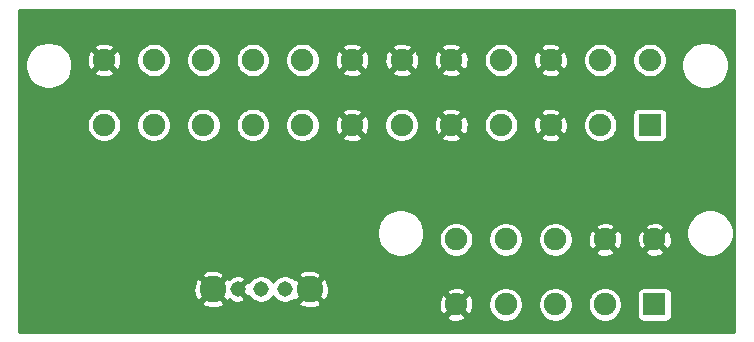
<source format=gbr>
%TF.GenerationSoftware,KiCad,Pcbnew,5.1.9+dfsg1-1~bpo10+1*%
%TF.CreationDate,2023-02-12T08:43:59+01:00*%
%TF.ProjectId,IIci_ATX,49496369-5f41-4545-982e-6b696361645f,rev?*%
%TF.SameCoordinates,Original*%
%TF.FileFunction,Copper,L4,Bot*%
%TF.FilePolarity,Positive*%
%FSLAX46Y46*%
G04 Gerber Fmt 4.6, Leading zero omitted, Abs format (unit mm)*
G04 Created by KiCad (PCBNEW 5.1.9+dfsg1-1~bpo10+1) date 2023-02-12 08:43:59*
%MOMM*%
%LPD*%
G01*
G04 APERTURE LIST*
%TA.AperFunction,ComponentPad*%
%ADD10C,1.900000*%
%TD*%
%TA.AperFunction,ComponentPad*%
%ADD11R,1.900000X1.900000*%
%TD*%
%TA.AperFunction,ComponentPad*%
%ADD12C,1.308000*%
%TD*%
%TA.AperFunction,ComponentPad*%
%ADD13C,2.250000*%
%TD*%
%TA.AperFunction,ViaPad*%
%ADD14C,0.800000*%
%TD*%
%TA.AperFunction,Conductor*%
%ADD15C,0.254000*%
%TD*%
%TA.AperFunction,Conductor*%
%ADD16C,0.100000*%
%TD*%
G04 APERTURE END LIST*
D10*
%TO.P,J1,24*%
%TO.N,GND*%
X97700000Y-114800000D03*
%TO.P,J1,23*%
%TO.N,+5V*%
X101900000Y-114800000D03*
%TO.P,J1,22*%
X106100000Y-114800000D03*
%TO.P,J1,21*%
X110300000Y-114800000D03*
%TO.P,J1,20*%
%TO.N,Net-(J1-Pad20)*%
X114500000Y-114800000D03*
%TO.P,J1,19*%
%TO.N,GND*%
X118700000Y-114800000D03*
%TO.P,J1,18*%
X122900000Y-114800000D03*
%TO.P,J1,17*%
X127100000Y-114800000D03*
%TO.P,J1,16*%
%TO.N,~PS-ON*%
X131300000Y-114800000D03*
%TO.P,J1,15*%
%TO.N,GND*%
X135500000Y-114800000D03*
%TO.P,J1,14*%
%TO.N,-12V*%
X139700000Y-114800000D03*
%TO.P,J1,13*%
%TO.N,Net-(J1-Pad13)*%
X143900000Y-114800000D03*
%TO.P,J1,12*%
%TO.N,Net-(J1-Pad12)*%
X97700000Y-120300000D03*
%TO.P,J1,11*%
%TO.N,+12V*%
X101900000Y-120300000D03*
%TO.P,J1,10*%
X106100000Y-120300000D03*
%TO.P,J1,9*%
%TO.N,+5VD*%
X110300000Y-120300000D03*
%TO.P,J1,8*%
%TO.N,PGOOD*%
X114500000Y-120300000D03*
%TO.P,J1,7*%
%TO.N,GND*%
X118700000Y-120300000D03*
%TO.P,J1,6*%
%TO.N,+5V*%
X122900000Y-120300000D03*
%TO.P,J1,5*%
%TO.N,GND*%
X127100000Y-120300000D03*
%TO.P,J1,4*%
%TO.N,+5V*%
X131300000Y-120300000D03*
%TO.P,J1,3*%
%TO.N,GND*%
X135500000Y-120300000D03*
%TO.P,J1,2*%
%TO.N,Net-(J1-Pad2)*%
X139700000Y-120300000D03*
D11*
%TO.P,J1,1*%
%TO.N,Net-(J1-Pad1)*%
X143900000Y-120300000D03*
%TD*%
D12*
%TO.P,U1,3*%
%TO.N,GND*%
X109000000Y-134200000D03*
%TO.P,U1,1*%
%TO.N,~MAC-ON*%
X113000000Y-134200000D03*
%TO.P,U1,2*%
%TO.N,~PS-ON*%
X111000000Y-134200000D03*
D13*
%TO.P,U1,G1*%
%TO.N,GND*%
X115100000Y-134200000D03*
%TO.P,U1,G2*%
X106900000Y-134200000D03*
%TD*%
D10*
%TO.P,J2,10*%
%TO.N,+5VD*%
X127500000Y-130000000D03*
%TO.P,J2,9*%
%TO.N,MAC-ON*%
X131700000Y-130000000D03*
%TO.P,J2,8*%
%TO.N,-12V*%
X135900000Y-130000000D03*
%TO.P,J2,5*%
%TO.N,GND*%
X127500000Y-135500000D03*
%TO.P,J2,4*%
%TO.N,+5V*%
X131700000Y-135500000D03*
%TO.P,J2,3*%
X135900000Y-135500000D03*
%TO.P,J2,7*%
%TO.N,GND*%
X140100000Y-130000000D03*
%TO.P,J2,6*%
X144300000Y-130000000D03*
%TO.P,J2,2*%
%TO.N,+5V*%
X140100000Y-135500000D03*
D11*
%TO.P,J2,1*%
%TO.N,+12V*%
X144300000Y-135500000D03*
%TD*%
D14*
%TO.N,GND*%
X100000000Y-132000000D03*
X119000000Y-130000000D03*
X113000000Y-124500000D03*
%TD*%
D15*
%TO.N,GND*%
X151064001Y-137864000D02*
X90536000Y-137864000D01*
X90536000Y-136533287D01*
X126646318Y-136533287D01*
X126743071Y-136757889D01*
X127003017Y-136881388D01*
X127282062Y-136951801D01*
X127569482Y-136966423D01*
X127854232Y-136924690D01*
X128125369Y-136828207D01*
X128256929Y-136757889D01*
X128353682Y-136533287D01*
X127500000Y-135679605D01*
X126646318Y-136533287D01*
X90536000Y-136533287D01*
X90536000Y-135358126D01*
X105921479Y-135358126D01*
X106039363Y-135600630D01*
X106329149Y-135741619D01*
X106640873Y-135823365D01*
X106962555Y-135842726D01*
X107281833Y-135798958D01*
X107586437Y-135693743D01*
X107760637Y-135600630D01*
X107878521Y-135358126D01*
X106900000Y-134379605D01*
X105921479Y-135358126D01*
X90536000Y-135358126D01*
X90536000Y-134262555D01*
X105257274Y-134262555D01*
X105301042Y-134581833D01*
X105406257Y-134886437D01*
X105499370Y-135060637D01*
X105741874Y-135178521D01*
X106720395Y-134200000D01*
X107079605Y-134200000D01*
X108058126Y-135178521D01*
X108236938Y-135091599D01*
X108262473Y-135117134D01*
X108357860Y-135021748D01*
X108418724Y-135216124D01*
X108628129Y-135310001D01*
X108851825Y-135361221D01*
X109081215Y-135367817D01*
X109307485Y-135329533D01*
X109521937Y-135247842D01*
X109581276Y-135216124D01*
X109642141Y-135021746D01*
X109000000Y-134379605D01*
X108985858Y-134393748D01*
X108806253Y-134214143D01*
X108820395Y-134200000D01*
X109179605Y-134200000D01*
X109821746Y-134842141D01*
X109992256Y-134788750D01*
X110095085Y-134942644D01*
X110257356Y-135104915D01*
X110448166Y-135232410D01*
X110660182Y-135320230D01*
X110885258Y-135365000D01*
X111114742Y-135365000D01*
X111339818Y-135320230D01*
X111551834Y-135232410D01*
X111742644Y-135104915D01*
X111904915Y-134942644D01*
X112000000Y-134800339D01*
X112095085Y-134942644D01*
X112257356Y-135104915D01*
X112448166Y-135232410D01*
X112660182Y-135320230D01*
X112885258Y-135365000D01*
X113114742Y-135365000D01*
X113149300Y-135358126D01*
X114121479Y-135358126D01*
X114239363Y-135600630D01*
X114529149Y-135741619D01*
X114840873Y-135823365D01*
X115162555Y-135842726D01*
X115481833Y-135798958D01*
X115786437Y-135693743D01*
X115960637Y-135600630D01*
X115975778Y-135569482D01*
X126033577Y-135569482D01*
X126075310Y-135854232D01*
X126171793Y-136125369D01*
X126242111Y-136256929D01*
X126466713Y-136353682D01*
X127320395Y-135500000D01*
X127679605Y-135500000D01*
X128533287Y-136353682D01*
X128757889Y-136256929D01*
X128881388Y-135996983D01*
X128951801Y-135717938D01*
X128966423Y-135430518D01*
X128955517Y-135356104D01*
X130239000Y-135356104D01*
X130239000Y-135643896D01*
X130295146Y-135926158D01*
X130405279Y-136192043D01*
X130565167Y-136431333D01*
X130768667Y-136634833D01*
X131007957Y-136794721D01*
X131273842Y-136904854D01*
X131556104Y-136961000D01*
X131843896Y-136961000D01*
X132126158Y-136904854D01*
X132392043Y-136794721D01*
X132631333Y-136634833D01*
X132834833Y-136431333D01*
X132994721Y-136192043D01*
X133104854Y-135926158D01*
X133161000Y-135643896D01*
X133161000Y-135356104D01*
X134439000Y-135356104D01*
X134439000Y-135643896D01*
X134495146Y-135926158D01*
X134605279Y-136192043D01*
X134765167Y-136431333D01*
X134968667Y-136634833D01*
X135207957Y-136794721D01*
X135473842Y-136904854D01*
X135756104Y-136961000D01*
X136043896Y-136961000D01*
X136326158Y-136904854D01*
X136592043Y-136794721D01*
X136831333Y-136634833D01*
X137034833Y-136431333D01*
X137194721Y-136192043D01*
X137304854Y-135926158D01*
X137361000Y-135643896D01*
X137361000Y-135356104D01*
X138639000Y-135356104D01*
X138639000Y-135643896D01*
X138695146Y-135926158D01*
X138805279Y-136192043D01*
X138965167Y-136431333D01*
X139168667Y-136634833D01*
X139407957Y-136794721D01*
X139673842Y-136904854D01*
X139956104Y-136961000D01*
X140243896Y-136961000D01*
X140526158Y-136904854D01*
X140792043Y-136794721D01*
X141031333Y-136634833D01*
X141234833Y-136431333D01*
X141394721Y-136192043D01*
X141504854Y-135926158D01*
X141561000Y-135643896D01*
X141561000Y-135356104D01*
X141504854Y-135073842D01*
X141394721Y-134807957D01*
X141234833Y-134568667D01*
X141216166Y-134550000D01*
X142836528Y-134550000D01*
X142836528Y-136450000D01*
X142846394Y-136550173D01*
X142875614Y-136646497D01*
X142923064Y-136735270D01*
X142986920Y-136813080D01*
X143064730Y-136876936D01*
X143153503Y-136924386D01*
X143249827Y-136953606D01*
X143350000Y-136963472D01*
X145250000Y-136963472D01*
X145350173Y-136953606D01*
X145446497Y-136924386D01*
X145535270Y-136876936D01*
X145613080Y-136813080D01*
X145676936Y-136735270D01*
X145724386Y-136646497D01*
X145753606Y-136550173D01*
X145763472Y-136450000D01*
X145763472Y-134550000D01*
X145753606Y-134449827D01*
X145724386Y-134353503D01*
X145676936Y-134264730D01*
X145613080Y-134186920D01*
X145535270Y-134123064D01*
X145446497Y-134075614D01*
X145350173Y-134046394D01*
X145250000Y-134036528D01*
X143350000Y-134036528D01*
X143249827Y-134046394D01*
X143153503Y-134075614D01*
X143064730Y-134123064D01*
X142986920Y-134186920D01*
X142923064Y-134264730D01*
X142875614Y-134353503D01*
X142846394Y-134449827D01*
X142836528Y-134550000D01*
X141216166Y-134550000D01*
X141031333Y-134365167D01*
X140792043Y-134205279D01*
X140526158Y-134095146D01*
X140243896Y-134039000D01*
X139956104Y-134039000D01*
X139673842Y-134095146D01*
X139407957Y-134205279D01*
X139168667Y-134365167D01*
X138965167Y-134568667D01*
X138805279Y-134807957D01*
X138695146Y-135073842D01*
X138639000Y-135356104D01*
X137361000Y-135356104D01*
X137304854Y-135073842D01*
X137194721Y-134807957D01*
X137034833Y-134568667D01*
X136831333Y-134365167D01*
X136592043Y-134205279D01*
X136326158Y-134095146D01*
X136043896Y-134039000D01*
X135756104Y-134039000D01*
X135473842Y-134095146D01*
X135207957Y-134205279D01*
X134968667Y-134365167D01*
X134765167Y-134568667D01*
X134605279Y-134807957D01*
X134495146Y-135073842D01*
X134439000Y-135356104D01*
X133161000Y-135356104D01*
X133104854Y-135073842D01*
X132994721Y-134807957D01*
X132834833Y-134568667D01*
X132631333Y-134365167D01*
X132392043Y-134205279D01*
X132126158Y-134095146D01*
X131843896Y-134039000D01*
X131556104Y-134039000D01*
X131273842Y-134095146D01*
X131007957Y-134205279D01*
X130768667Y-134365167D01*
X130565167Y-134568667D01*
X130405279Y-134807957D01*
X130295146Y-135073842D01*
X130239000Y-135356104D01*
X128955517Y-135356104D01*
X128924690Y-135145768D01*
X128828207Y-134874631D01*
X128757889Y-134743071D01*
X128533287Y-134646318D01*
X127679605Y-135500000D01*
X127320395Y-135500000D01*
X126466713Y-134646318D01*
X126242111Y-134743071D01*
X126118612Y-135003017D01*
X126048199Y-135282062D01*
X126033577Y-135569482D01*
X115975778Y-135569482D01*
X116078521Y-135358126D01*
X115100000Y-134379605D01*
X114121479Y-135358126D01*
X113149300Y-135358126D01*
X113339818Y-135320230D01*
X113551834Y-135232410D01*
X113742644Y-135104915D01*
X113758283Y-135089276D01*
X113941874Y-135178521D01*
X114920395Y-134200000D01*
X115279605Y-134200000D01*
X116258126Y-135178521D01*
X116500630Y-135060637D01*
X116641619Y-134770851D01*
X116721375Y-134466713D01*
X126646318Y-134466713D01*
X127500000Y-135320395D01*
X128353682Y-134466713D01*
X128256929Y-134242111D01*
X127996983Y-134118612D01*
X127717938Y-134048199D01*
X127430518Y-134033577D01*
X127145768Y-134075310D01*
X126874631Y-134171793D01*
X126743071Y-134242111D01*
X126646318Y-134466713D01*
X116721375Y-134466713D01*
X116723365Y-134459127D01*
X116742726Y-134137445D01*
X116698958Y-133818167D01*
X116593743Y-133513563D01*
X116500630Y-133339363D01*
X116258126Y-133221479D01*
X115279605Y-134200000D01*
X114920395Y-134200000D01*
X113941874Y-133221479D01*
X113758283Y-133310724D01*
X113742644Y-133295085D01*
X113551834Y-133167590D01*
X113339818Y-133079770D01*
X113149301Y-133041874D01*
X114121479Y-133041874D01*
X115100000Y-134020395D01*
X116078521Y-133041874D01*
X115960637Y-132799370D01*
X115670851Y-132658381D01*
X115359127Y-132576635D01*
X115037445Y-132557274D01*
X114718167Y-132601042D01*
X114413563Y-132706257D01*
X114239363Y-132799370D01*
X114121479Y-133041874D01*
X113149301Y-133041874D01*
X113114742Y-133035000D01*
X112885258Y-133035000D01*
X112660182Y-133079770D01*
X112448166Y-133167590D01*
X112257356Y-133295085D01*
X112095085Y-133457356D01*
X112000000Y-133599661D01*
X111904915Y-133457356D01*
X111742644Y-133295085D01*
X111551834Y-133167590D01*
X111339818Y-133079770D01*
X111114742Y-133035000D01*
X110885258Y-133035000D01*
X110660182Y-133079770D01*
X110448166Y-133167590D01*
X110257356Y-133295085D01*
X110095085Y-133457356D01*
X109992256Y-133611250D01*
X109821746Y-133557859D01*
X109179605Y-134200000D01*
X108820395Y-134200000D01*
X108806253Y-134185858D01*
X108985858Y-134006253D01*
X109000000Y-134020395D01*
X109642141Y-133378254D01*
X109581276Y-133183876D01*
X109371871Y-133089999D01*
X109148175Y-133038779D01*
X108918785Y-133032183D01*
X108692515Y-133070467D01*
X108478063Y-133152158D01*
X108418724Y-133183876D01*
X108357860Y-133378252D01*
X108262473Y-133282866D01*
X108236938Y-133308401D01*
X108058126Y-133221479D01*
X107079605Y-134200000D01*
X106720395Y-134200000D01*
X105741874Y-133221479D01*
X105499370Y-133339363D01*
X105358381Y-133629149D01*
X105276635Y-133940873D01*
X105257274Y-134262555D01*
X90536000Y-134262555D01*
X90536000Y-133041874D01*
X105921479Y-133041874D01*
X106900000Y-134020395D01*
X107878521Y-133041874D01*
X107760637Y-132799370D01*
X107470851Y-132658381D01*
X107159127Y-132576635D01*
X106837445Y-132557274D01*
X106518167Y-132601042D01*
X106213563Y-132706257D01*
X106039363Y-132799370D01*
X105921479Y-133041874D01*
X90536000Y-133041874D01*
X90536000Y-129241934D01*
X120789000Y-129241934D01*
X120789000Y-129638066D01*
X120866282Y-130026587D01*
X121017875Y-130392566D01*
X121237955Y-130721938D01*
X121518062Y-131002045D01*
X121847434Y-131222125D01*
X122213413Y-131373718D01*
X122601934Y-131451000D01*
X122998066Y-131451000D01*
X123386587Y-131373718D01*
X123752566Y-131222125D01*
X124081938Y-131002045D01*
X124362045Y-130721938D01*
X124582125Y-130392566D01*
X124733718Y-130026587D01*
X124767629Y-129856104D01*
X126039000Y-129856104D01*
X126039000Y-130143896D01*
X126095146Y-130426158D01*
X126205279Y-130692043D01*
X126365167Y-130931333D01*
X126568667Y-131134833D01*
X126807957Y-131294721D01*
X127073842Y-131404854D01*
X127356104Y-131461000D01*
X127643896Y-131461000D01*
X127926158Y-131404854D01*
X128192043Y-131294721D01*
X128431333Y-131134833D01*
X128634833Y-130931333D01*
X128794721Y-130692043D01*
X128904854Y-130426158D01*
X128961000Y-130143896D01*
X128961000Y-129856104D01*
X130239000Y-129856104D01*
X130239000Y-130143896D01*
X130295146Y-130426158D01*
X130405279Y-130692043D01*
X130565167Y-130931333D01*
X130768667Y-131134833D01*
X131007957Y-131294721D01*
X131273842Y-131404854D01*
X131556104Y-131461000D01*
X131843896Y-131461000D01*
X132126158Y-131404854D01*
X132392043Y-131294721D01*
X132631333Y-131134833D01*
X132834833Y-130931333D01*
X132994721Y-130692043D01*
X133104854Y-130426158D01*
X133161000Y-130143896D01*
X133161000Y-129856104D01*
X134439000Y-129856104D01*
X134439000Y-130143896D01*
X134495146Y-130426158D01*
X134605279Y-130692043D01*
X134765167Y-130931333D01*
X134968667Y-131134833D01*
X135207957Y-131294721D01*
X135473842Y-131404854D01*
X135756104Y-131461000D01*
X136043896Y-131461000D01*
X136326158Y-131404854D01*
X136592043Y-131294721D01*
X136831333Y-131134833D01*
X136932879Y-131033287D01*
X139246318Y-131033287D01*
X139343071Y-131257889D01*
X139603017Y-131381388D01*
X139882062Y-131451801D01*
X140169482Y-131466423D01*
X140454232Y-131424690D01*
X140725369Y-131328207D01*
X140856929Y-131257889D01*
X140953682Y-131033287D01*
X143446318Y-131033287D01*
X143543071Y-131257889D01*
X143803017Y-131381388D01*
X144082062Y-131451801D01*
X144369482Y-131466423D01*
X144654232Y-131424690D01*
X144925369Y-131328207D01*
X145056929Y-131257889D01*
X145153682Y-131033287D01*
X144300000Y-130179605D01*
X143446318Y-131033287D01*
X140953682Y-131033287D01*
X140100000Y-130179605D01*
X139246318Y-131033287D01*
X136932879Y-131033287D01*
X137034833Y-130931333D01*
X137194721Y-130692043D01*
X137304854Y-130426158D01*
X137361000Y-130143896D01*
X137361000Y-130069482D01*
X138633577Y-130069482D01*
X138675310Y-130354232D01*
X138771793Y-130625369D01*
X138842111Y-130756929D01*
X139066713Y-130853682D01*
X139920395Y-130000000D01*
X140279605Y-130000000D01*
X141133287Y-130853682D01*
X141357889Y-130756929D01*
X141481388Y-130496983D01*
X141551801Y-130217938D01*
X141559353Y-130069482D01*
X142833577Y-130069482D01*
X142875310Y-130354232D01*
X142971793Y-130625369D01*
X143042111Y-130756929D01*
X143266713Y-130853682D01*
X144120395Y-130000000D01*
X144479605Y-130000000D01*
X145333287Y-130853682D01*
X145557889Y-130756929D01*
X145681388Y-130496983D01*
X145751801Y-130217938D01*
X145766423Y-129930518D01*
X145724690Y-129645768D01*
X145628207Y-129374631D01*
X145557889Y-129243071D01*
X145555250Y-129241934D01*
X146989000Y-129241934D01*
X146989000Y-129638066D01*
X147066282Y-130026587D01*
X147217875Y-130392566D01*
X147437955Y-130721938D01*
X147718062Y-131002045D01*
X148047434Y-131222125D01*
X148413413Y-131373718D01*
X148801934Y-131451000D01*
X149198066Y-131451000D01*
X149586587Y-131373718D01*
X149952566Y-131222125D01*
X150281938Y-131002045D01*
X150562045Y-130721938D01*
X150782125Y-130392566D01*
X150933718Y-130026587D01*
X151011000Y-129638066D01*
X151011000Y-129241934D01*
X150933718Y-128853413D01*
X150782125Y-128487434D01*
X150562045Y-128158062D01*
X150281938Y-127877955D01*
X149952566Y-127657875D01*
X149586587Y-127506282D01*
X149198066Y-127429000D01*
X148801934Y-127429000D01*
X148413413Y-127506282D01*
X148047434Y-127657875D01*
X147718062Y-127877955D01*
X147437955Y-128158062D01*
X147217875Y-128487434D01*
X147066282Y-128853413D01*
X146989000Y-129241934D01*
X145555250Y-129241934D01*
X145333287Y-129146318D01*
X144479605Y-130000000D01*
X144120395Y-130000000D01*
X143266713Y-129146318D01*
X143042111Y-129243071D01*
X142918612Y-129503017D01*
X142848199Y-129782062D01*
X142833577Y-130069482D01*
X141559353Y-130069482D01*
X141566423Y-129930518D01*
X141524690Y-129645768D01*
X141428207Y-129374631D01*
X141357889Y-129243071D01*
X141133287Y-129146318D01*
X140279605Y-130000000D01*
X139920395Y-130000000D01*
X139066713Y-129146318D01*
X138842111Y-129243071D01*
X138718612Y-129503017D01*
X138648199Y-129782062D01*
X138633577Y-130069482D01*
X137361000Y-130069482D01*
X137361000Y-129856104D01*
X137304854Y-129573842D01*
X137194721Y-129307957D01*
X137034833Y-129068667D01*
X136932879Y-128966713D01*
X139246318Y-128966713D01*
X140100000Y-129820395D01*
X140953682Y-128966713D01*
X143446318Y-128966713D01*
X144300000Y-129820395D01*
X145153682Y-128966713D01*
X145056929Y-128742111D01*
X144796983Y-128618612D01*
X144517938Y-128548199D01*
X144230518Y-128533577D01*
X143945768Y-128575310D01*
X143674631Y-128671793D01*
X143543071Y-128742111D01*
X143446318Y-128966713D01*
X140953682Y-128966713D01*
X140856929Y-128742111D01*
X140596983Y-128618612D01*
X140317938Y-128548199D01*
X140030518Y-128533577D01*
X139745768Y-128575310D01*
X139474631Y-128671793D01*
X139343071Y-128742111D01*
X139246318Y-128966713D01*
X136932879Y-128966713D01*
X136831333Y-128865167D01*
X136592043Y-128705279D01*
X136326158Y-128595146D01*
X136043896Y-128539000D01*
X135756104Y-128539000D01*
X135473842Y-128595146D01*
X135207957Y-128705279D01*
X134968667Y-128865167D01*
X134765167Y-129068667D01*
X134605279Y-129307957D01*
X134495146Y-129573842D01*
X134439000Y-129856104D01*
X133161000Y-129856104D01*
X133104854Y-129573842D01*
X132994721Y-129307957D01*
X132834833Y-129068667D01*
X132631333Y-128865167D01*
X132392043Y-128705279D01*
X132126158Y-128595146D01*
X131843896Y-128539000D01*
X131556104Y-128539000D01*
X131273842Y-128595146D01*
X131007957Y-128705279D01*
X130768667Y-128865167D01*
X130565167Y-129068667D01*
X130405279Y-129307957D01*
X130295146Y-129573842D01*
X130239000Y-129856104D01*
X128961000Y-129856104D01*
X128904854Y-129573842D01*
X128794721Y-129307957D01*
X128634833Y-129068667D01*
X128431333Y-128865167D01*
X128192043Y-128705279D01*
X127926158Y-128595146D01*
X127643896Y-128539000D01*
X127356104Y-128539000D01*
X127073842Y-128595146D01*
X126807957Y-128705279D01*
X126568667Y-128865167D01*
X126365167Y-129068667D01*
X126205279Y-129307957D01*
X126095146Y-129573842D01*
X126039000Y-129856104D01*
X124767629Y-129856104D01*
X124811000Y-129638066D01*
X124811000Y-129241934D01*
X124733718Y-128853413D01*
X124582125Y-128487434D01*
X124362045Y-128158062D01*
X124081938Y-127877955D01*
X123752566Y-127657875D01*
X123386587Y-127506282D01*
X122998066Y-127429000D01*
X122601934Y-127429000D01*
X122213413Y-127506282D01*
X121847434Y-127657875D01*
X121518062Y-127877955D01*
X121237955Y-128158062D01*
X121017875Y-128487434D01*
X120866282Y-128853413D01*
X120789000Y-129241934D01*
X90536000Y-129241934D01*
X90536000Y-120156104D01*
X96239000Y-120156104D01*
X96239000Y-120443896D01*
X96295146Y-120726158D01*
X96405279Y-120992043D01*
X96565167Y-121231333D01*
X96768667Y-121434833D01*
X97007957Y-121594721D01*
X97273842Y-121704854D01*
X97556104Y-121761000D01*
X97843896Y-121761000D01*
X98126158Y-121704854D01*
X98392043Y-121594721D01*
X98631333Y-121434833D01*
X98834833Y-121231333D01*
X98994721Y-120992043D01*
X99104854Y-120726158D01*
X99161000Y-120443896D01*
X99161000Y-120156104D01*
X100439000Y-120156104D01*
X100439000Y-120443896D01*
X100495146Y-120726158D01*
X100605279Y-120992043D01*
X100765167Y-121231333D01*
X100968667Y-121434833D01*
X101207957Y-121594721D01*
X101473842Y-121704854D01*
X101756104Y-121761000D01*
X102043896Y-121761000D01*
X102326158Y-121704854D01*
X102592043Y-121594721D01*
X102831333Y-121434833D01*
X103034833Y-121231333D01*
X103194721Y-120992043D01*
X103304854Y-120726158D01*
X103361000Y-120443896D01*
X103361000Y-120156104D01*
X104639000Y-120156104D01*
X104639000Y-120443896D01*
X104695146Y-120726158D01*
X104805279Y-120992043D01*
X104965167Y-121231333D01*
X105168667Y-121434833D01*
X105407957Y-121594721D01*
X105673842Y-121704854D01*
X105956104Y-121761000D01*
X106243896Y-121761000D01*
X106526158Y-121704854D01*
X106792043Y-121594721D01*
X107031333Y-121434833D01*
X107234833Y-121231333D01*
X107394721Y-120992043D01*
X107504854Y-120726158D01*
X107561000Y-120443896D01*
X107561000Y-120156104D01*
X108839000Y-120156104D01*
X108839000Y-120443896D01*
X108895146Y-120726158D01*
X109005279Y-120992043D01*
X109165167Y-121231333D01*
X109368667Y-121434833D01*
X109607957Y-121594721D01*
X109873842Y-121704854D01*
X110156104Y-121761000D01*
X110443896Y-121761000D01*
X110726158Y-121704854D01*
X110992043Y-121594721D01*
X111231333Y-121434833D01*
X111434833Y-121231333D01*
X111594721Y-120992043D01*
X111704854Y-120726158D01*
X111761000Y-120443896D01*
X111761000Y-120156104D01*
X113039000Y-120156104D01*
X113039000Y-120443896D01*
X113095146Y-120726158D01*
X113205279Y-120992043D01*
X113365167Y-121231333D01*
X113568667Y-121434833D01*
X113807957Y-121594721D01*
X114073842Y-121704854D01*
X114356104Y-121761000D01*
X114643896Y-121761000D01*
X114926158Y-121704854D01*
X115192043Y-121594721D01*
X115431333Y-121434833D01*
X115532879Y-121333287D01*
X117846318Y-121333287D01*
X117943071Y-121557889D01*
X118203017Y-121681388D01*
X118482062Y-121751801D01*
X118769482Y-121766423D01*
X119054232Y-121724690D01*
X119325369Y-121628207D01*
X119456929Y-121557889D01*
X119553682Y-121333287D01*
X118700000Y-120479605D01*
X117846318Y-121333287D01*
X115532879Y-121333287D01*
X115634833Y-121231333D01*
X115794721Y-120992043D01*
X115904854Y-120726158D01*
X115961000Y-120443896D01*
X115961000Y-120369482D01*
X117233577Y-120369482D01*
X117275310Y-120654232D01*
X117371793Y-120925369D01*
X117442111Y-121056929D01*
X117666713Y-121153682D01*
X118520395Y-120300000D01*
X118879605Y-120300000D01*
X119733287Y-121153682D01*
X119957889Y-121056929D01*
X120081388Y-120796983D01*
X120151801Y-120517938D01*
X120166423Y-120230518D01*
X120155517Y-120156104D01*
X121439000Y-120156104D01*
X121439000Y-120443896D01*
X121495146Y-120726158D01*
X121605279Y-120992043D01*
X121765167Y-121231333D01*
X121968667Y-121434833D01*
X122207957Y-121594721D01*
X122473842Y-121704854D01*
X122756104Y-121761000D01*
X123043896Y-121761000D01*
X123326158Y-121704854D01*
X123592043Y-121594721D01*
X123831333Y-121434833D01*
X123932879Y-121333287D01*
X126246318Y-121333287D01*
X126343071Y-121557889D01*
X126603017Y-121681388D01*
X126882062Y-121751801D01*
X127169482Y-121766423D01*
X127454232Y-121724690D01*
X127725369Y-121628207D01*
X127856929Y-121557889D01*
X127953682Y-121333287D01*
X127100000Y-120479605D01*
X126246318Y-121333287D01*
X123932879Y-121333287D01*
X124034833Y-121231333D01*
X124194721Y-120992043D01*
X124304854Y-120726158D01*
X124361000Y-120443896D01*
X124361000Y-120369482D01*
X125633577Y-120369482D01*
X125675310Y-120654232D01*
X125771793Y-120925369D01*
X125842111Y-121056929D01*
X126066713Y-121153682D01*
X126920395Y-120300000D01*
X127279605Y-120300000D01*
X128133287Y-121153682D01*
X128357889Y-121056929D01*
X128481388Y-120796983D01*
X128551801Y-120517938D01*
X128566423Y-120230518D01*
X128555517Y-120156104D01*
X129839000Y-120156104D01*
X129839000Y-120443896D01*
X129895146Y-120726158D01*
X130005279Y-120992043D01*
X130165167Y-121231333D01*
X130368667Y-121434833D01*
X130607957Y-121594721D01*
X130873842Y-121704854D01*
X131156104Y-121761000D01*
X131443896Y-121761000D01*
X131726158Y-121704854D01*
X131992043Y-121594721D01*
X132231333Y-121434833D01*
X132332879Y-121333287D01*
X134646318Y-121333287D01*
X134743071Y-121557889D01*
X135003017Y-121681388D01*
X135282062Y-121751801D01*
X135569482Y-121766423D01*
X135854232Y-121724690D01*
X136125369Y-121628207D01*
X136256929Y-121557889D01*
X136353682Y-121333287D01*
X135500000Y-120479605D01*
X134646318Y-121333287D01*
X132332879Y-121333287D01*
X132434833Y-121231333D01*
X132594721Y-120992043D01*
X132704854Y-120726158D01*
X132761000Y-120443896D01*
X132761000Y-120369482D01*
X134033577Y-120369482D01*
X134075310Y-120654232D01*
X134171793Y-120925369D01*
X134242111Y-121056929D01*
X134466713Y-121153682D01*
X135320395Y-120300000D01*
X135679605Y-120300000D01*
X136533287Y-121153682D01*
X136757889Y-121056929D01*
X136881388Y-120796983D01*
X136951801Y-120517938D01*
X136966423Y-120230518D01*
X136955517Y-120156104D01*
X138239000Y-120156104D01*
X138239000Y-120443896D01*
X138295146Y-120726158D01*
X138405279Y-120992043D01*
X138565167Y-121231333D01*
X138768667Y-121434833D01*
X139007957Y-121594721D01*
X139273842Y-121704854D01*
X139556104Y-121761000D01*
X139843896Y-121761000D01*
X140126158Y-121704854D01*
X140392043Y-121594721D01*
X140631333Y-121434833D01*
X140834833Y-121231333D01*
X140994721Y-120992043D01*
X141104854Y-120726158D01*
X141161000Y-120443896D01*
X141161000Y-120156104D01*
X141104854Y-119873842D01*
X140994721Y-119607957D01*
X140834833Y-119368667D01*
X140816166Y-119350000D01*
X142436528Y-119350000D01*
X142436528Y-121250000D01*
X142446394Y-121350173D01*
X142475614Y-121446497D01*
X142523064Y-121535270D01*
X142586920Y-121613080D01*
X142664730Y-121676936D01*
X142753503Y-121724386D01*
X142849827Y-121753606D01*
X142950000Y-121763472D01*
X144850000Y-121763472D01*
X144950173Y-121753606D01*
X145046497Y-121724386D01*
X145135270Y-121676936D01*
X145213080Y-121613080D01*
X145276936Y-121535270D01*
X145324386Y-121446497D01*
X145353606Y-121350173D01*
X145363472Y-121250000D01*
X145363472Y-119350000D01*
X145353606Y-119249827D01*
X145324386Y-119153503D01*
X145276936Y-119064730D01*
X145213080Y-118986920D01*
X145135270Y-118923064D01*
X145046497Y-118875614D01*
X144950173Y-118846394D01*
X144850000Y-118836528D01*
X142950000Y-118836528D01*
X142849827Y-118846394D01*
X142753503Y-118875614D01*
X142664730Y-118923064D01*
X142586920Y-118986920D01*
X142523064Y-119064730D01*
X142475614Y-119153503D01*
X142446394Y-119249827D01*
X142436528Y-119350000D01*
X140816166Y-119350000D01*
X140631333Y-119165167D01*
X140392043Y-119005279D01*
X140126158Y-118895146D01*
X139843896Y-118839000D01*
X139556104Y-118839000D01*
X139273842Y-118895146D01*
X139007957Y-119005279D01*
X138768667Y-119165167D01*
X138565167Y-119368667D01*
X138405279Y-119607957D01*
X138295146Y-119873842D01*
X138239000Y-120156104D01*
X136955517Y-120156104D01*
X136924690Y-119945768D01*
X136828207Y-119674631D01*
X136757889Y-119543071D01*
X136533287Y-119446318D01*
X135679605Y-120300000D01*
X135320395Y-120300000D01*
X134466713Y-119446318D01*
X134242111Y-119543071D01*
X134118612Y-119803017D01*
X134048199Y-120082062D01*
X134033577Y-120369482D01*
X132761000Y-120369482D01*
X132761000Y-120156104D01*
X132704854Y-119873842D01*
X132594721Y-119607957D01*
X132434833Y-119368667D01*
X132332879Y-119266713D01*
X134646318Y-119266713D01*
X135500000Y-120120395D01*
X136353682Y-119266713D01*
X136256929Y-119042111D01*
X135996983Y-118918612D01*
X135717938Y-118848199D01*
X135430518Y-118833577D01*
X135145768Y-118875310D01*
X134874631Y-118971793D01*
X134743071Y-119042111D01*
X134646318Y-119266713D01*
X132332879Y-119266713D01*
X132231333Y-119165167D01*
X131992043Y-119005279D01*
X131726158Y-118895146D01*
X131443896Y-118839000D01*
X131156104Y-118839000D01*
X130873842Y-118895146D01*
X130607957Y-119005279D01*
X130368667Y-119165167D01*
X130165167Y-119368667D01*
X130005279Y-119607957D01*
X129895146Y-119873842D01*
X129839000Y-120156104D01*
X128555517Y-120156104D01*
X128524690Y-119945768D01*
X128428207Y-119674631D01*
X128357889Y-119543071D01*
X128133287Y-119446318D01*
X127279605Y-120300000D01*
X126920395Y-120300000D01*
X126066713Y-119446318D01*
X125842111Y-119543071D01*
X125718612Y-119803017D01*
X125648199Y-120082062D01*
X125633577Y-120369482D01*
X124361000Y-120369482D01*
X124361000Y-120156104D01*
X124304854Y-119873842D01*
X124194721Y-119607957D01*
X124034833Y-119368667D01*
X123932879Y-119266713D01*
X126246318Y-119266713D01*
X127100000Y-120120395D01*
X127953682Y-119266713D01*
X127856929Y-119042111D01*
X127596983Y-118918612D01*
X127317938Y-118848199D01*
X127030518Y-118833577D01*
X126745768Y-118875310D01*
X126474631Y-118971793D01*
X126343071Y-119042111D01*
X126246318Y-119266713D01*
X123932879Y-119266713D01*
X123831333Y-119165167D01*
X123592043Y-119005279D01*
X123326158Y-118895146D01*
X123043896Y-118839000D01*
X122756104Y-118839000D01*
X122473842Y-118895146D01*
X122207957Y-119005279D01*
X121968667Y-119165167D01*
X121765167Y-119368667D01*
X121605279Y-119607957D01*
X121495146Y-119873842D01*
X121439000Y-120156104D01*
X120155517Y-120156104D01*
X120124690Y-119945768D01*
X120028207Y-119674631D01*
X119957889Y-119543071D01*
X119733287Y-119446318D01*
X118879605Y-120300000D01*
X118520395Y-120300000D01*
X117666713Y-119446318D01*
X117442111Y-119543071D01*
X117318612Y-119803017D01*
X117248199Y-120082062D01*
X117233577Y-120369482D01*
X115961000Y-120369482D01*
X115961000Y-120156104D01*
X115904854Y-119873842D01*
X115794721Y-119607957D01*
X115634833Y-119368667D01*
X115532879Y-119266713D01*
X117846318Y-119266713D01*
X118700000Y-120120395D01*
X119553682Y-119266713D01*
X119456929Y-119042111D01*
X119196983Y-118918612D01*
X118917938Y-118848199D01*
X118630518Y-118833577D01*
X118345768Y-118875310D01*
X118074631Y-118971793D01*
X117943071Y-119042111D01*
X117846318Y-119266713D01*
X115532879Y-119266713D01*
X115431333Y-119165167D01*
X115192043Y-119005279D01*
X114926158Y-118895146D01*
X114643896Y-118839000D01*
X114356104Y-118839000D01*
X114073842Y-118895146D01*
X113807957Y-119005279D01*
X113568667Y-119165167D01*
X113365167Y-119368667D01*
X113205279Y-119607957D01*
X113095146Y-119873842D01*
X113039000Y-120156104D01*
X111761000Y-120156104D01*
X111704854Y-119873842D01*
X111594721Y-119607957D01*
X111434833Y-119368667D01*
X111231333Y-119165167D01*
X110992043Y-119005279D01*
X110726158Y-118895146D01*
X110443896Y-118839000D01*
X110156104Y-118839000D01*
X109873842Y-118895146D01*
X109607957Y-119005279D01*
X109368667Y-119165167D01*
X109165167Y-119368667D01*
X109005279Y-119607957D01*
X108895146Y-119873842D01*
X108839000Y-120156104D01*
X107561000Y-120156104D01*
X107504854Y-119873842D01*
X107394721Y-119607957D01*
X107234833Y-119368667D01*
X107031333Y-119165167D01*
X106792043Y-119005279D01*
X106526158Y-118895146D01*
X106243896Y-118839000D01*
X105956104Y-118839000D01*
X105673842Y-118895146D01*
X105407957Y-119005279D01*
X105168667Y-119165167D01*
X104965167Y-119368667D01*
X104805279Y-119607957D01*
X104695146Y-119873842D01*
X104639000Y-120156104D01*
X103361000Y-120156104D01*
X103304854Y-119873842D01*
X103194721Y-119607957D01*
X103034833Y-119368667D01*
X102831333Y-119165167D01*
X102592043Y-119005279D01*
X102326158Y-118895146D01*
X102043896Y-118839000D01*
X101756104Y-118839000D01*
X101473842Y-118895146D01*
X101207957Y-119005279D01*
X100968667Y-119165167D01*
X100765167Y-119368667D01*
X100605279Y-119607957D01*
X100495146Y-119873842D01*
X100439000Y-120156104D01*
X99161000Y-120156104D01*
X99104854Y-119873842D01*
X98994721Y-119607957D01*
X98834833Y-119368667D01*
X98631333Y-119165167D01*
X98392043Y-119005279D01*
X98126158Y-118895146D01*
X97843896Y-118839000D01*
X97556104Y-118839000D01*
X97273842Y-118895146D01*
X97007957Y-119005279D01*
X96768667Y-119165167D01*
X96565167Y-119368667D01*
X96405279Y-119607957D01*
X96295146Y-119873842D01*
X96239000Y-120156104D01*
X90536000Y-120156104D01*
X90536000Y-115061934D01*
X90989000Y-115061934D01*
X90989000Y-115458066D01*
X91066282Y-115846587D01*
X91217875Y-116212566D01*
X91437955Y-116541938D01*
X91718062Y-116822045D01*
X92047434Y-117042125D01*
X92413413Y-117193718D01*
X92801934Y-117271000D01*
X93198066Y-117271000D01*
X93586587Y-117193718D01*
X93952566Y-117042125D01*
X94281938Y-116822045D01*
X94562045Y-116541938D01*
X94782125Y-116212566D01*
X94933718Y-115846587D01*
X94936363Y-115833287D01*
X96846318Y-115833287D01*
X96943071Y-116057889D01*
X97203017Y-116181388D01*
X97482062Y-116251801D01*
X97769482Y-116266423D01*
X98054232Y-116224690D01*
X98325369Y-116128207D01*
X98456929Y-116057889D01*
X98553682Y-115833287D01*
X97700000Y-114979605D01*
X96846318Y-115833287D01*
X94936363Y-115833287D01*
X95011000Y-115458066D01*
X95011000Y-115061934D01*
X94972719Y-114869482D01*
X96233577Y-114869482D01*
X96275310Y-115154232D01*
X96371793Y-115425369D01*
X96442111Y-115556929D01*
X96666713Y-115653682D01*
X97520395Y-114800000D01*
X97879605Y-114800000D01*
X98733287Y-115653682D01*
X98957889Y-115556929D01*
X99081388Y-115296983D01*
X99151801Y-115017938D01*
X99166423Y-114730518D01*
X99155517Y-114656104D01*
X100439000Y-114656104D01*
X100439000Y-114943896D01*
X100495146Y-115226158D01*
X100605279Y-115492043D01*
X100765167Y-115731333D01*
X100968667Y-115934833D01*
X101207957Y-116094721D01*
X101473842Y-116204854D01*
X101756104Y-116261000D01*
X102043896Y-116261000D01*
X102326158Y-116204854D01*
X102592043Y-116094721D01*
X102831333Y-115934833D01*
X103034833Y-115731333D01*
X103194721Y-115492043D01*
X103304854Y-115226158D01*
X103361000Y-114943896D01*
X103361000Y-114656104D01*
X104639000Y-114656104D01*
X104639000Y-114943896D01*
X104695146Y-115226158D01*
X104805279Y-115492043D01*
X104965167Y-115731333D01*
X105168667Y-115934833D01*
X105407957Y-116094721D01*
X105673842Y-116204854D01*
X105956104Y-116261000D01*
X106243896Y-116261000D01*
X106526158Y-116204854D01*
X106792043Y-116094721D01*
X107031333Y-115934833D01*
X107234833Y-115731333D01*
X107394721Y-115492043D01*
X107504854Y-115226158D01*
X107561000Y-114943896D01*
X107561000Y-114656104D01*
X108839000Y-114656104D01*
X108839000Y-114943896D01*
X108895146Y-115226158D01*
X109005279Y-115492043D01*
X109165167Y-115731333D01*
X109368667Y-115934833D01*
X109607957Y-116094721D01*
X109873842Y-116204854D01*
X110156104Y-116261000D01*
X110443896Y-116261000D01*
X110726158Y-116204854D01*
X110992043Y-116094721D01*
X111231333Y-115934833D01*
X111434833Y-115731333D01*
X111594721Y-115492043D01*
X111704854Y-115226158D01*
X111761000Y-114943896D01*
X111761000Y-114656104D01*
X113039000Y-114656104D01*
X113039000Y-114943896D01*
X113095146Y-115226158D01*
X113205279Y-115492043D01*
X113365167Y-115731333D01*
X113568667Y-115934833D01*
X113807957Y-116094721D01*
X114073842Y-116204854D01*
X114356104Y-116261000D01*
X114643896Y-116261000D01*
X114926158Y-116204854D01*
X115192043Y-116094721D01*
X115431333Y-115934833D01*
X115532879Y-115833287D01*
X117846318Y-115833287D01*
X117943071Y-116057889D01*
X118203017Y-116181388D01*
X118482062Y-116251801D01*
X118769482Y-116266423D01*
X119054232Y-116224690D01*
X119325369Y-116128207D01*
X119456929Y-116057889D01*
X119553682Y-115833287D01*
X122046318Y-115833287D01*
X122143071Y-116057889D01*
X122403017Y-116181388D01*
X122682062Y-116251801D01*
X122969482Y-116266423D01*
X123254232Y-116224690D01*
X123525369Y-116128207D01*
X123656929Y-116057889D01*
X123753682Y-115833287D01*
X126246318Y-115833287D01*
X126343071Y-116057889D01*
X126603017Y-116181388D01*
X126882062Y-116251801D01*
X127169482Y-116266423D01*
X127454232Y-116224690D01*
X127725369Y-116128207D01*
X127856929Y-116057889D01*
X127953682Y-115833287D01*
X127100000Y-114979605D01*
X126246318Y-115833287D01*
X123753682Y-115833287D01*
X122900000Y-114979605D01*
X122046318Y-115833287D01*
X119553682Y-115833287D01*
X118700000Y-114979605D01*
X117846318Y-115833287D01*
X115532879Y-115833287D01*
X115634833Y-115731333D01*
X115794721Y-115492043D01*
X115904854Y-115226158D01*
X115961000Y-114943896D01*
X115961000Y-114869482D01*
X117233577Y-114869482D01*
X117275310Y-115154232D01*
X117371793Y-115425369D01*
X117442111Y-115556929D01*
X117666713Y-115653682D01*
X118520395Y-114800000D01*
X118879605Y-114800000D01*
X119733287Y-115653682D01*
X119957889Y-115556929D01*
X120081388Y-115296983D01*
X120151801Y-115017938D01*
X120159353Y-114869482D01*
X121433577Y-114869482D01*
X121475310Y-115154232D01*
X121571793Y-115425369D01*
X121642111Y-115556929D01*
X121866713Y-115653682D01*
X122720395Y-114800000D01*
X123079605Y-114800000D01*
X123933287Y-115653682D01*
X124157889Y-115556929D01*
X124281388Y-115296983D01*
X124351801Y-115017938D01*
X124359353Y-114869482D01*
X125633577Y-114869482D01*
X125675310Y-115154232D01*
X125771793Y-115425369D01*
X125842111Y-115556929D01*
X126066713Y-115653682D01*
X126920395Y-114800000D01*
X127279605Y-114800000D01*
X128133287Y-115653682D01*
X128357889Y-115556929D01*
X128481388Y-115296983D01*
X128551801Y-115017938D01*
X128566423Y-114730518D01*
X128555517Y-114656104D01*
X129839000Y-114656104D01*
X129839000Y-114943896D01*
X129895146Y-115226158D01*
X130005279Y-115492043D01*
X130165167Y-115731333D01*
X130368667Y-115934833D01*
X130607957Y-116094721D01*
X130873842Y-116204854D01*
X131156104Y-116261000D01*
X131443896Y-116261000D01*
X131726158Y-116204854D01*
X131992043Y-116094721D01*
X132231333Y-115934833D01*
X132332879Y-115833287D01*
X134646318Y-115833287D01*
X134743071Y-116057889D01*
X135003017Y-116181388D01*
X135282062Y-116251801D01*
X135569482Y-116266423D01*
X135854232Y-116224690D01*
X136125369Y-116128207D01*
X136256929Y-116057889D01*
X136353682Y-115833287D01*
X135500000Y-114979605D01*
X134646318Y-115833287D01*
X132332879Y-115833287D01*
X132434833Y-115731333D01*
X132594721Y-115492043D01*
X132704854Y-115226158D01*
X132761000Y-114943896D01*
X132761000Y-114869482D01*
X134033577Y-114869482D01*
X134075310Y-115154232D01*
X134171793Y-115425369D01*
X134242111Y-115556929D01*
X134466713Y-115653682D01*
X135320395Y-114800000D01*
X135679605Y-114800000D01*
X136533287Y-115653682D01*
X136757889Y-115556929D01*
X136881388Y-115296983D01*
X136951801Y-115017938D01*
X136966423Y-114730518D01*
X136955517Y-114656104D01*
X138239000Y-114656104D01*
X138239000Y-114943896D01*
X138295146Y-115226158D01*
X138405279Y-115492043D01*
X138565167Y-115731333D01*
X138768667Y-115934833D01*
X139007957Y-116094721D01*
X139273842Y-116204854D01*
X139556104Y-116261000D01*
X139843896Y-116261000D01*
X140126158Y-116204854D01*
X140392043Y-116094721D01*
X140631333Y-115934833D01*
X140834833Y-115731333D01*
X140994721Y-115492043D01*
X141104854Y-115226158D01*
X141161000Y-114943896D01*
X141161000Y-114656104D01*
X142439000Y-114656104D01*
X142439000Y-114943896D01*
X142495146Y-115226158D01*
X142605279Y-115492043D01*
X142765167Y-115731333D01*
X142968667Y-115934833D01*
X143207957Y-116094721D01*
X143473842Y-116204854D01*
X143756104Y-116261000D01*
X144043896Y-116261000D01*
X144326158Y-116204854D01*
X144592043Y-116094721D01*
X144831333Y-115934833D01*
X145034833Y-115731333D01*
X145194721Y-115492043D01*
X145304854Y-115226158D01*
X145337520Y-115061934D01*
X146589000Y-115061934D01*
X146589000Y-115458066D01*
X146666282Y-115846587D01*
X146817875Y-116212566D01*
X147037955Y-116541938D01*
X147318062Y-116822045D01*
X147647434Y-117042125D01*
X148013413Y-117193718D01*
X148401934Y-117271000D01*
X148798066Y-117271000D01*
X149186587Y-117193718D01*
X149552566Y-117042125D01*
X149881938Y-116822045D01*
X150162045Y-116541938D01*
X150382125Y-116212566D01*
X150533718Y-115846587D01*
X150611000Y-115458066D01*
X150611000Y-115061934D01*
X150533718Y-114673413D01*
X150382125Y-114307434D01*
X150162045Y-113978062D01*
X149881938Y-113697955D01*
X149552566Y-113477875D01*
X149186587Y-113326282D01*
X148798066Y-113249000D01*
X148401934Y-113249000D01*
X148013413Y-113326282D01*
X147647434Y-113477875D01*
X147318062Y-113697955D01*
X147037955Y-113978062D01*
X146817875Y-114307434D01*
X146666282Y-114673413D01*
X146589000Y-115061934D01*
X145337520Y-115061934D01*
X145361000Y-114943896D01*
X145361000Y-114656104D01*
X145304854Y-114373842D01*
X145194721Y-114107957D01*
X145034833Y-113868667D01*
X144831333Y-113665167D01*
X144592043Y-113505279D01*
X144326158Y-113395146D01*
X144043896Y-113339000D01*
X143756104Y-113339000D01*
X143473842Y-113395146D01*
X143207957Y-113505279D01*
X142968667Y-113665167D01*
X142765167Y-113868667D01*
X142605279Y-114107957D01*
X142495146Y-114373842D01*
X142439000Y-114656104D01*
X141161000Y-114656104D01*
X141104854Y-114373842D01*
X140994721Y-114107957D01*
X140834833Y-113868667D01*
X140631333Y-113665167D01*
X140392043Y-113505279D01*
X140126158Y-113395146D01*
X139843896Y-113339000D01*
X139556104Y-113339000D01*
X139273842Y-113395146D01*
X139007957Y-113505279D01*
X138768667Y-113665167D01*
X138565167Y-113868667D01*
X138405279Y-114107957D01*
X138295146Y-114373842D01*
X138239000Y-114656104D01*
X136955517Y-114656104D01*
X136924690Y-114445768D01*
X136828207Y-114174631D01*
X136757889Y-114043071D01*
X136533287Y-113946318D01*
X135679605Y-114800000D01*
X135320395Y-114800000D01*
X134466713Y-113946318D01*
X134242111Y-114043071D01*
X134118612Y-114303017D01*
X134048199Y-114582062D01*
X134033577Y-114869482D01*
X132761000Y-114869482D01*
X132761000Y-114656104D01*
X132704854Y-114373842D01*
X132594721Y-114107957D01*
X132434833Y-113868667D01*
X132332879Y-113766713D01*
X134646318Y-113766713D01*
X135500000Y-114620395D01*
X136353682Y-113766713D01*
X136256929Y-113542111D01*
X135996983Y-113418612D01*
X135717938Y-113348199D01*
X135430518Y-113333577D01*
X135145768Y-113375310D01*
X134874631Y-113471793D01*
X134743071Y-113542111D01*
X134646318Y-113766713D01*
X132332879Y-113766713D01*
X132231333Y-113665167D01*
X131992043Y-113505279D01*
X131726158Y-113395146D01*
X131443896Y-113339000D01*
X131156104Y-113339000D01*
X130873842Y-113395146D01*
X130607957Y-113505279D01*
X130368667Y-113665167D01*
X130165167Y-113868667D01*
X130005279Y-114107957D01*
X129895146Y-114373842D01*
X129839000Y-114656104D01*
X128555517Y-114656104D01*
X128524690Y-114445768D01*
X128428207Y-114174631D01*
X128357889Y-114043071D01*
X128133287Y-113946318D01*
X127279605Y-114800000D01*
X126920395Y-114800000D01*
X126066713Y-113946318D01*
X125842111Y-114043071D01*
X125718612Y-114303017D01*
X125648199Y-114582062D01*
X125633577Y-114869482D01*
X124359353Y-114869482D01*
X124366423Y-114730518D01*
X124324690Y-114445768D01*
X124228207Y-114174631D01*
X124157889Y-114043071D01*
X123933287Y-113946318D01*
X123079605Y-114800000D01*
X122720395Y-114800000D01*
X121866713Y-113946318D01*
X121642111Y-114043071D01*
X121518612Y-114303017D01*
X121448199Y-114582062D01*
X121433577Y-114869482D01*
X120159353Y-114869482D01*
X120166423Y-114730518D01*
X120124690Y-114445768D01*
X120028207Y-114174631D01*
X119957889Y-114043071D01*
X119733287Y-113946318D01*
X118879605Y-114800000D01*
X118520395Y-114800000D01*
X117666713Y-113946318D01*
X117442111Y-114043071D01*
X117318612Y-114303017D01*
X117248199Y-114582062D01*
X117233577Y-114869482D01*
X115961000Y-114869482D01*
X115961000Y-114656104D01*
X115904854Y-114373842D01*
X115794721Y-114107957D01*
X115634833Y-113868667D01*
X115532879Y-113766713D01*
X117846318Y-113766713D01*
X118700000Y-114620395D01*
X119553682Y-113766713D01*
X122046318Y-113766713D01*
X122900000Y-114620395D01*
X123753682Y-113766713D01*
X126246318Y-113766713D01*
X127100000Y-114620395D01*
X127953682Y-113766713D01*
X127856929Y-113542111D01*
X127596983Y-113418612D01*
X127317938Y-113348199D01*
X127030518Y-113333577D01*
X126745768Y-113375310D01*
X126474631Y-113471793D01*
X126343071Y-113542111D01*
X126246318Y-113766713D01*
X123753682Y-113766713D01*
X123656929Y-113542111D01*
X123396983Y-113418612D01*
X123117938Y-113348199D01*
X122830518Y-113333577D01*
X122545768Y-113375310D01*
X122274631Y-113471793D01*
X122143071Y-113542111D01*
X122046318Y-113766713D01*
X119553682Y-113766713D01*
X119456929Y-113542111D01*
X119196983Y-113418612D01*
X118917938Y-113348199D01*
X118630518Y-113333577D01*
X118345768Y-113375310D01*
X118074631Y-113471793D01*
X117943071Y-113542111D01*
X117846318Y-113766713D01*
X115532879Y-113766713D01*
X115431333Y-113665167D01*
X115192043Y-113505279D01*
X114926158Y-113395146D01*
X114643896Y-113339000D01*
X114356104Y-113339000D01*
X114073842Y-113395146D01*
X113807957Y-113505279D01*
X113568667Y-113665167D01*
X113365167Y-113868667D01*
X113205279Y-114107957D01*
X113095146Y-114373842D01*
X113039000Y-114656104D01*
X111761000Y-114656104D01*
X111704854Y-114373842D01*
X111594721Y-114107957D01*
X111434833Y-113868667D01*
X111231333Y-113665167D01*
X110992043Y-113505279D01*
X110726158Y-113395146D01*
X110443896Y-113339000D01*
X110156104Y-113339000D01*
X109873842Y-113395146D01*
X109607957Y-113505279D01*
X109368667Y-113665167D01*
X109165167Y-113868667D01*
X109005279Y-114107957D01*
X108895146Y-114373842D01*
X108839000Y-114656104D01*
X107561000Y-114656104D01*
X107504854Y-114373842D01*
X107394721Y-114107957D01*
X107234833Y-113868667D01*
X107031333Y-113665167D01*
X106792043Y-113505279D01*
X106526158Y-113395146D01*
X106243896Y-113339000D01*
X105956104Y-113339000D01*
X105673842Y-113395146D01*
X105407957Y-113505279D01*
X105168667Y-113665167D01*
X104965167Y-113868667D01*
X104805279Y-114107957D01*
X104695146Y-114373842D01*
X104639000Y-114656104D01*
X103361000Y-114656104D01*
X103304854Y-114373842D01*
X103194721Y-114107957D01*
X103034833Y-113868667D01*
X102831333Y-113665167D01*
X102592043Y-113505279D01*
X102326158Y-113395146D01*
X102043896Y-113339000D01*
X101756104Y-113339000D01*
X101473842Y-113395146D01*
X101207957Y-113505279D01*
X100968667Y-113665167D01*
X100765167Y-113868667D01*
X100605279Y-114107957D01*
X100495146Y-114373842D01*
X100439000Y-114656104D01*
X99155517Y-114656104D01*
X99124690Y-114445768D01*
X99028207Y-114174631D01*
X98957889Y-114043071D01*
X98733287Y-113946318D01*
X97879605Y-114800000D01*
X97520395Y-114800000D01*
X96666713Y-113946318D01*
X96442111Y-114043071D01*
X96318612Y-114303017D01*
X96248199Y-114582062D01*
X96233577Y-114869482D01*
X94972719Y-114869482D01*
X94933718Y-114673413D01*
X94782125Y-114307434D01*
X94562045Y-113978062D01*
X94350696Y-113766713D01*
X96846318Y-113766713D01*
X97700000Y-114620395D01*
X98553682Y-113766713D01*
X98456929Y-113542111D01*
X98196983Y-113418612D01*
X97917938Y-113348199D01*
X97630518Y-113333577D01*
X97345768Y-113375310D01*
X97074631Y-113471793D01*
X96943071Y-113542111D01*
X96846318Y-113766713D01*
X94350696Y-113766713D01*
X94281938Y-113697955D01*
X93952566Y-113477875D01*
X93586587Y-113326282D01*
X93198066Y-113249000D01*
X92801934Y-113249000D01*
X92413413Y-113326282D01*
X92047434Y-113477875D01*
X91718062Y-113697955D01*
X91437955Y-113978062D01*
X91217875Y-114307434D01*
X91066282Y-114673413D01*
X90989000Y-115061934D01*
X90536000Y-115061934D01*
X90536000Y-110536000D01*
X151064000Y-110536000D01*
X151064001Y-137864000D01*
%TA.AperFunction,Conductor*%
D16*
G36*
X151064001Y-137864000D02*
G01*
X90536000Y-137864000D01*
X90536000Y-136533287D01*
X126646318Y-136533287D01*
X126743071Y-136757889D01*
X127003017Y-136881388D01*
X127282062Y-136951801D01*
X127569482Y-136966423D01*
X127854232Y-136924690D01*
X128125369Y-136828207D01*
X128256929Y-136757889D01*
X128353682Y-136533287D01*
X127500000Y-135679605D01*
X126646318Y-136533287D01*
X90536000Y-136533287D01*
X90536000Y-135358126D01*
X105921479Y-135358126D01*
X106039363Y-135600630D01*
X106329149Y-135741619D01*
X106640873Y-135823365D01*
X106962555Y-135842726D01*
X107281833Y-135798958D01*
X107586437Y-135693743D01*
X107760637Y-135600630D01*
X107878521Y-135358126D01*
X106900000Y-134379605D01*
X105921479Y-135358126D01*
X90536000Y-135358126D01*
X90536000Y-134262555D01*
X105257274Y-134262555D01*
X105301042Y-134581833D01*
X105406257Y-134886437D01*
X105499370Y-135060637D01*
X105741874Y-135178521D01*
X106720395Y-134200000D01*
X107079605Y-134200000D01*
X108058126Y-135178521D01*
X108236938Y-135091599D01*
X108262473Y-135117134D01*
X108357860Y-135021748D01*
X108418724Y-135216124D01*
X108628129Y-135310001D01*
X108851825Y-135361221D01*
X109081215Y-135367817D01*
X109307485Y-135329533D01*
X109521937Y-135247842D01*
X109581276Y-135216124D01*
X109642141Y-135021746D01*
X109000000Y-134379605D01*
X108985858Y-134393748D01*
X108806253Y-134214143D01*
X108820395Y-134200000D01*
X109179605Y-134200000D01*
X109821746Y-134842141D01*
X109992256Y-134788750D01*
X110095085Y-134942644D01*
X110257356Y-135104915D01*
X110448166Y-135232410D01*
X110660182Y-135320230D01*
X110885258Y-135365000D01*
X111114742Y-135365000D01*
X111339818Y-135320230D01*
X111551834Y-135232410D01*
X111742644Y-135104915D01*
X111904915Y-134942644D01*
X112000000Y-134800339D01*
X112095085Y-134942644D01*
X112257356Y-135104915D01*
X112448166Y-135232410D01*
X112660182Y-135320230D01*
X112885258Y-135365000D01*
X113114742Y-135365000D01*
X113149300Y-135358126D01*
X114121479Y-135358126D01*
X114239363Y-135600630D01*
X114529149Y-135741619D01*
X114840873Y-135823365D01*
X115162555Y-135842726D01*
X115481833Y-135798958D01*
X115786437Y-135693743D01*
X115960637Y-135600630D01*
X115975778Y-135569482D01*
X126033577Y-135569482D01*
X126075310Y-135854232D01*
X126171793Y-136125369D01*
X126242111Y-136256929D01*
X126466713Y-136353682D01*
X127320395Y-135500000D01*
X127679605Y-135500000D01*
X128533287Y-136353682D01*
X128757889Y-136256929D01*
X128881388Y-135996983D01*
X128951801Y-135717938D01*
X128966423Y-135430518D01*
X128955517Y-135356104D01*
X130239000Y-135356104D01*
X130239000Y-135643896D01*
X130295146Y-135926158D01*
X130405279Y-136192043D01*
X130565167Y-136431333D01*
X130768667Y-136634833D01*
X131007957Y-136794721D01*
X131273842Y-136904854D01*
X131556104Y-136961000D01*
X131843896Y-136961000D01*
X132126158Y-136904854D01*
X132392043Y-136794721D01*
X132631333Y-136634833D01*
X132834833Y-136431333D01*
X132994721Y-136192043D01*
X133104854Y-135926158D01*
X133161000Y-135643896D01*
X133161000Y-135356104D01*
X134439000Y-135356104D01*
X134439000Y-135643896D01*
X134495146Y-135926158D01*
X134605279Y-136192043D01*
X134765167Y-136431333D01*
X134968667Y-136634833D01*
X135207957Y-136794721D01*
X135473842Y-136904854D01*
X135756104Y-136961000D01*
X136043896Y-136961000D01*
X136326158Y-136904854D01*
X136592043Y-136794721D01*
X136831333Y-136634833D01*
X137034833Y-136431333D01*
X137194721Y-136192043D01*
X137304854Y-135926158D01*
X137361000Y-135643896D01*
X137361000Y-135356104D01*
X138639000Y-135356104D01*
X138639000Y-135643896D01*
X138695146Y-135926158D01*
X138805279Y-136192043D01*
X138965167Y-136431333D01*
X139168667Y-136634833D01*
X139407957Y-136794721D01*
X139673842Y-136904854D01*
X139956104Y-136961000D01*
X140243896Y-136961000D01*
X140526158Y-136904854D01*
X140792043Y-136794721D01*
X141031333Y-136634833D01*
X141234833Y-136431333D01*
X141394721Y-136192043D01*
X141504854Y-135926158D01*
X141561000Y-135643896D01*
X141561000Y-135356104D01*
X141504854Y-135073842D01*
X141394721Y-134807957D01*
X141234833Y-134568667D01*
X141216166Y-134550000D01*
X142836528Y-134550000D01*
X142836528Y-136450000D01*
X142846394Y-136550173D01*
X142875614Y-136646497D01*
X142923064Y-136735270D01*
X142986920Y-136813080D01*
X143064730Y-136876936D01*
X143153503Y-136924386D01*
X143249827Y-136953606D01*
X143350000Y-136963472D01*
X145250000Y-136963472D01*
X145350173Y-136953606D01*
X145446497Y-136924386D01*
X145535270Y-136876936D01*
X145613080Y-136813080D01*
X145676936Y-136735270D01*
X145724386Y-136646497D01*
X145753606Y-136550173D01*
X145763472Y-136450000D01*
X145763472Y-134550000D01*
X145753606Y-134449827D01*
X145724386Y-134353503D01*
X145676936Y-134264730D01*
X145613080Y-134186920D01*
X145535270Y-134123064D01*
X145446497Y-134075614D01*
X145350173Y-134046394D01*
X145250000Y-134036528D01*
X143350000Y-134036528D01*
X143249827Y-134046394D01*
X143153503Y-134075614D01*
X143064730Y-134123064D01*
X142986920Y-134186920D01*
X142923064Y-134264730D01*
X142875614Y-134353503D01*
X142846394Y-134449827D01*
X142836528Y-134550000D01*
X141216166Y-134550000D01*
X141031333Y-134365167D01*
X140792043Y-134205279D01*
X140526158Y-134095146D01*
X140243896Y-134039000D01*
X139956104Y-134039000D01*
X139673842Y-134095146D01*
X139407957Y-134205279D01*
X139168667Y-134365167D01*
X138965167Y-134568667D01*
X138805279Y-134807957D01*
X138695146Y-135073842D01*
X138639000Y-135356104D01*
X137361000Y-135356104D01*
X137304854Y-135073842D01*
X137194721Y-134807957D01*
X137034833Y-134568667D01*
X136831333Y-134365167D01*
X136592043Y-134205279D01*
X136326158Y-134095146D01*
X136043896Y-134039000D01*
X135756104Y-134039000D01*
X135473842Y-134095146D01*
X135207957Y-134205279D01*
X134968667Y-134365167D01*
X134765167Y-134568667D01*
X134605279Y-134807957D01*
X134495146Y-135073842D01*
X134439000Y-135356104D01*
X133161000Y-135356104D01*
X133104854Y-135073842D01*
X132994721Y-134807957D01*
X132834833Y-134568667D01*
X132631333Y-134365167D01*
X132392043Y-134205279D01*
X132126158Y-134095146D01*
X131843896Y-134039000D01*
X131556104Y-134039000D01*
X131273842Y-134095146D01*
X131007957Y-134205279D01*
X130768667Y-134365167D01*
X130565167Y-134568667D01*
X130405279Y-134807957D01*
X130295146Y-135073842D01*
X130239000Y-135356104D01*
X128955517Y-135356104D01*
X128924690Y-135145768D01*
X128828207Y-134874631D01*
X128757889Y-134743071D01*
X128533287Y-134646318D01*
X127679605Y-135500000D01*
X127320395Y-135500000D01*
X126466713Y-134646318D01*
X126242111Y-134743071D01*
X126118612Y-135003017D01*
X126048199Y-135282062D01*
X126033577Y-135569482D01*
X115975778Y-135569482D01*
X116078521Y-135358126D01*
X115100000Y-134379605D01*
X114121479Y-135358126D01*
X113149300Y-135358126D01*
X113339818Y-135320230D01*
X113551834Y-135232410D01*
X113742644Y-135104915D01*
X113758283Y-135089276D01*
X113941874Y-135178521D01*
X114920395Y-134200000D01*
X115279605Y-134200000D01*
X116258126Y-135178521D01*
X116500630Y-135060637D01*
X116641619Y-134770851D01*
X116721375Y-134466713D01*
X126646318Y-134466713D01*
X127500000Y-135320395D01*
X128353682Y-134466713D01*
X128256929Y-134242111D01*
X127996983Y-134118612D01*
X127717938Y-134048199D01*
X127430518Y-134033577D01*
X127145768Y-134075310D01*
X126874631Y-134171793D01*
X126743071Y-134242111D01*
X126646318Y-134466713D01*
X116721375Y-134466713D01*
X116723365Y-134459127D01*
X116742726Y-134137445D01*
X116698958Y-133818167D01*
X116593743Y-133513563D01*
X116500630Y-133339363D01*
X116258126Y-133221479D01*
X115279605Y-134200000D01*
X114920395Y-134200000D01*
X113941874Y-133221479D01*
X113758283Y-133310724D01*
X113742644Y-133295085D01*
X113551834Y-133167590D01*
X113339818Y-133079770D01*
X113149301Y-133041874D01*
X114121479Y-133041874D01*
X115100000Y-134020395D01*
X116078521Y-133041874D01*
X115960637Y-132799370D01*
X115670851Y-132658381D01*
X115359127Y-132576635D01*
X115037445Y-132557274D01*
X114718167Y-132601042D01*
X114413563Y-132706257D01*
X114239363Y-132799370D01*
X114121479Y-133041874D01*
X113149301Y-133041874D01*
X113114742Y-133035000D01*
X112885258Y-133035000D01*
X112660182Y-133079770D01*
X112448166Y-133167590D01*
X112257356Y-133295085D01*
X112095085Y-133457356D01*
X112000000Y-133599661D01*
X111904915Y-133457356D01*
X111742644Y-133295085D01*
X111551834Y-133167590D01*
X111339818Y-133079770D01*
X111114742Y-133035000D01*
X110885258Y-133035000D01*
X110660182Y-133079770D01*
X110448166Y-133167590D01*
X110257356Y-133295085D01*
X110095085Y-133457356D01*
X109992256Y-133611250D01*
X109821746Y-133557859D01*
X109179605Y-134200000D01*
X108820395Y-134200000D01*
X108806253Y-134185858D01*
X108985858Y-134006253D01*
X109000000Y-134020395D01*
X109642141Y-133378254D01*
X109581276Y-133183876D01*
X109371871Y-133089999D01*
X109148175Y-133038779D01*
X108918785Y-133032183D01*
X108692515Y-133070467D01*
X108478063Y-133152158D01*
X108418724Y-133183876D01*
X108357860Y-133378252D01*
X108262473Y-133282866D01*
X108236938Y-133308401D01*
X108058126Y-133221479D01*
X107079605Y-134200000D01*
X106720395Y-134200000D01*
X105741874Y-133221479D01*
X105499370Y-133339363D01*
X105358381Y-133629149D01*
X105276635Y-133940873D01*
X105257274Y-134262555D01*
X90536000Y-134262555D01*
X90536000Y-133041874D01*
X105921479Y-133041874D01*
X106900000Y-134020395D01*
X107878521Y-133041874D01*
X107760637Y-132799370D01*
X107470851Y-132658381D01*
X107159127Y-132576635D01*
X106837445Y-132557274D01*
X106518167Y-132601042D01*
X106213563Y-132706257D01*
X106039363Y-132799370D01*
X105921479Y-133041874D01*
X90536000Y-133041874D01*
X90536000Y-129241934D01*
X120789000Y-129241934D01*
X120789000Y-129638066D01*
X120866282Y-130026587D01*
X121017875Y-130392566D01*
X121237955Y-130721938D01*
X121518062Y-131002045D01*
X121847434Y-131222125D01*
X122213413Y-131373718D01*
X122601934Y-131451000D01*
X122998066Y-131451000D01*
X123386587Y-131373718D01*
X123752566Y-131222125D01*
X124081938Y-131002045D01*
X124362045Y-130721938D01*
X124582125Y-130392566D01*
X124733718Y-130026587D01*
X124767629Y-129856104D01*
X126039000Y-129856104D01*
X126039000Y-130143896D01*
X126095146Y-130426158D01*
X126205279Y-130692043D01*
X126365167Y-130931333D01*
X126568667Y-131134833D01*
X126807957Y-131294721D01*
X127073842Y-131404854D01*
X127356104Y-131461000D01*
X127643896Y-131461000D01*
X127926158Y-131404854D01*
X128192043Y-131294721D01*
X128431333Y-131134833D01*
X128634833Y-130931333D01*
X128794721Y-130692043D01*
X128904854Y-130426158D01*
X128961000Y-130143896D01*
X128961000Y-129856104D01*
X130239000Y-129856104D01*
X130239000Y-130143896D01*
X130295146Y-130426158D01*
X130405279Y-130692043D01*
X130565167Y-130931333D01*
X130768667Y-131134833D01*
X131007957Y-131294721D01*
X131273842Y-131404854D01*
X131556104Y-131461000D01*
X131843896Y-131461000D01*
X132126158Y-131404854D01*
X132392043Y-131294721D01*
X132631333Y-131134833D01*
X132834833Y-130931333D01*
X132994721Y-130692043D01*
X133104854Y-130426158D01*
X133161000Y-130143896D01*
X133161000Y-129856104D01*
X134439000Y-129856104D01*
X134439000Y-130143896D01*
X134495146Y-130426158D01*
X134605279Y-130692043D01*
X134765167Y-130931333D01*
X134968667Y-131134833D01*
X135207957Y-131294721D01*
X135473842Y-131404854D01*
X135756104Y-131461000D01*
X136043896Y-131461000D01*
X136326158Y-131404854D01*
X136592043Y-131294721D01*
X136831333Y-131134833D01*
X136932879Y-131033287D01*
X139246318Y-131033287D01*
X139343071Y-131257889D01*
X139603017Y-131381388D01*
X139882062Y-131451801D01*
X140169482Y-131466423D01*
X140454232Y-131424690D01*
X140725369Y-131328207D01*
X140856929Y-131257889D01*
X140953682Y-131033287D01*
X143446318Y-131033287D01*
X143543071Y-131257889D01*
X143803017Y-131381388D01*
X144082062Y-131451801D01*
X144369482Y-131466423D01*
X144654232Y-131424690D01*
X144925369Y-131328207D01*
X145056929Y-131257889D01*
X145153682Y-131033287D01*
X144300000Y-130179605D01*
X143446318Y-131033287D01*
X140953682Y-131033287D01*
X140100000Y-130179605D01*
X139246318Y-131033287D01*
X136932879Y-131033287D01*
X137034833Y-130931333D01*
X137194721Y-130692043D01*
X137304854Y-130426158D01*
X137361000Y-130143896D01*
X137361000Y-130069482D01*
X138633577Y-130069482D01*
X138675310Y-130354232D01*
X138771793Y-130625369D01*
X138842111Y-130756929D01*
X139066713Y-130853682D01*
X139920395Y-130000000D01*
X140279605Y-130000000D01*
X141133287Y-130853682D01*
X141357889Y-130756929D01*
X141481388Y-130496983D01*
X141551801Y-130217938D01*
X141559353Y-130069482D01*
X142833577Y-130069482D01*
X142875310Y-130354232D01*
X142971793Y-130625369D01*
X143042111Y-130756929D01*
X143266713Y-130853682D01*
X144120395Y-130000000D01*
X144479605Y-130000000D01*
X145333287Y-130853682D01*
X145557889Y-130756929D01*
X145681388Y-130496983D01*
X145751801Y-130217938D01*
X145766423Y-129930518D01*
X145724690Y-129645768D01*
X145628207Y-129374631D01*
X145557889Y-129243071D01*
X145555250Y-129241934D01*
X146989000Y-129241934D01*
X146989000Y-129638066D01*
X147066282Y-130026587D01*
X147217875Y-130392566D01*
X147437955Y-130721938D01*
X147718062Y-131002045D01*
X148047434Y-131222125D01*
X148413413Y-131373718D01*
X148801934Y-131451000D01*
X149198066Y-131451000D01*
X149586587Y-131373718D01*
X149952566Y-131222125D01*
X150281938Y-131002045D01*
X150562045Y-130721938D01*
X150782125Y-130392566D01*
X150933718Y-130026587D01*
X151011000Y-129638066D01*
X151011000Y-129241934D01*
X150933718Y-128853413D01*
X150782125Y-128487434D01*
X150562045Y-128158062D01*
X150281938Y-127877955D01*
X149952566Y-127657875D01*
X149586587Y-127506282D01*
X149198066Y-127429000D01*
X148801934Y-127429000D01*
X148413413Y-127506282D01*
X148047434Y-127657875D01*
X147718062Y-127877955D01*
X147437955Y-128158062D01*
X147217875Y-128487434D01*
X147066282Y-128853413D01*
X146989000Y-129241934D01*
X145555250Y-129241934D01*
X145333287Y-129146318D01*
X144479605Y-130000000D01*
X144120395Y-130000000D01*
X143266713Y-129146318D01*
X143042111Y-129243071D01*
X142918612Y-129503017D01*
X142848199Y-129782062D01*
X142833577Y-130069482D01*
X141559353Y-130069482D01*
X141566423Y-129930518D01*
X141524690Y-129645768D01*
X141428207Y-129374631D01*
X141357889Y-129243071D01*
X141133287Y-129146318D01*
X140279605Y-130000000D01*
X139920395Y-130000000D01*
X139066713Y-129146318D01*
X138842111Y-129243071D01*
X138718612Y-129503017D01*
X138648199Y-129782062D01*
X138633577Y-130069482D01*
X137361000Y-130069482D01*
X137361000Y-129856104D01*
X137304854Y-129573842D01*
X137194721Y-129307957D01*
X137034833Y-129068667D01*
X136932879Y-128966713D01*
X139246318Y-128966713D01*
X140100000Y-129820395D01*
X140953682Y-128966713D01*
X143446318Y-128966713D01*
X144300000Y-129820395D01*
X145153682Y-128966713D01*
X145056929Y-128742111D01*
X144796983Y-128618612D01*
X144517938Y-128548199D01*
X144230518Y-128533577D01*
X143945768Y-128575310D01*
X143674631Y-128671793D01*
X143543071Y-128742111D01*
X143446318Y-128966713D01*
X140953682Y-128966713D01*
X140856929Y-128742111D01*
X140596983Y-128618612D01*
X140317938Y-128548199D01*
X140030518Y-128533577D01*
X139745768Y-128575310D01*
X139474631Y-128671793D01*
X139343071Y-128742111D01*
X139246318Y-128966713D01*
X136932879Y-128966713D01*
X136831333Y-128865167D01*
X136592043Y-128705279D01*
X136326158Y-128595146D01*
X136043896Y-128539000D01*
X135756104Y-128539000D01*
X135473842Y-128595146D01*
X135207957Y-128705279D01*
X134968667Y-128865167D01*
X134765167Y-129068667D01*
X134605279Y-129307957D01*
X134495146Y-129573842D01*
X134439000Y-129856104D01*
X133161000Y-129856104D01*
X133104854Y-129573842D01*
X132994721Y-129307957D01*
X132834833Y-129068667D01*
X132631333Y-128865167D01*
X132392043Y-128705279D01*
X132126158Y-128595146D01*
X131843896Y-128539000D01*
X131556104Y-128539000D01*
X131273842Y-128595146D01*
X131007957Y-128705279D01*
X130768667Y-128865167D01*
X130565167Y-129068667D01*
X130405279Y-129307957D01*
X130295146Y-129573842D01*
X130239000Y-129856104D01*
X128961000Y-129856104D01*
X128904854Y-129573842D01*
X128794721Y-129307957D01*
X128634833Y-129068667D01*
X128431333Y-128865167D01*
X128192043Y-128705279D01*
X127926158Y-128595146D01*
X127643896Y-128539000D01*
X127356104Y-128539000D01*
X127073842Y-128595146D01*
X126807957Y-128705279D01*
X126568667Y-128865167D01*
X126365167Y-129068667D01*
X126205279Y-129307957D01*
X126095146Y-129573842D01*
X126039000Y-129856104D01*
X124767629Y-129856104D01*
X124811000Y-129638066D01*
X124811000Y-129241934D01*
X124733718Y-128853413D01*
X124582125Y-128487434D01*
X124362045Y-128158062D01*
X124081938Y-127877955D01*
X123752566Y-127657875D01*
X123386587Y-127506282D01*
X122998066Y-127429000D01*
X122601934Y-127429000D01*
X122213413Y-127506282D01*
X121847434Y-127657875D01*
X121518062Y-127877955D01*
X121237955Y-128158062D01*
X121017875Y-128487434D01*
X120866282Y-128853413D01*
X120789000Y-129241934D01*
X90536000Y-129241934D01*
X90536000Y-120156104D01*
X96239000Y-120156104D01*
X96239000Y-120443896D01*
X96295146Y-120726158D01*
X96405279Y-120992043D01*
X96565167Y-121231333D01*
X96768667Y-121434833D01*
X97007957Y-121594721D01*
X97273842Y-121704854D01*
X97556104Y-121761000D01*
X97843896Y-121761000D01*
X98126158Y-121704854D01*
X98392043Y-121594721D01*
X98631333Y-121434833D01*
X98834833Y-121231333D01*
X98994721Y-120992043D01*
X99104854Y-120726158D01*
X99161000Y-120443896D01*
X99161000Y-120156104D01*
X100439000Y-120156104D01*
X100439000Y-120443896D01*
X100495146Y-120726158D01*
X100605279Y-120992043D01*
X100765167Y-121231333D01*
X100968667Y-121434833D01*
X101207957Y-121594721D01*
X101473842Y-121704854D01*
X101756104Y-121761000D01*
X102043896Y-121761000D01*
X102326158Y-121704854D01*
X102592043Y-121594721D01*
X102831333Y-121434833D01*
X103034833Y-121231333D01*
X103194721Y-120992043D01*
X103304854Y-120726158D01*
X103361000Y-120443896D01*
X103361000Y-120156104D01*
X104639000Y-120156104D01*
X104639000Y-120443896D01*
X104695146Y-120726158D01*
X104805279Y-120992043D01*
X104965167Y-121231333D01*
X105168667Y-121434833D01*
X105407957Y-121594721D01*
X105673842Y-121704854D01*
X105956104Y-121761000D01*
X106243896Y-121761000D01*
X106526158Y-121704854D01*
X106792043Y-121594721D01*
X107031333Y-121434833D01*
X107234833Y-121231333D01*
X107394721Y-120992043D01*
X107504854Y-120726158D01*
X107561000Y-120443896D01*
X107561000Y-120156104D01*
X108839000Y-120156104D01*
X108839000Y-120443896D01*
X108895146Y-120726158D01*
X109005279Y-120992043D01*
X109165167Y-121231333D01*
X109368667Y-121434833D01*
X109607957Y-121594721D01*
X109873842Y-121704854D01*
X110156104Y-121761000D01*
X110443896Y-121761000D01*
X110726158Y-121704854D01*
X110992043Y-121594721D01*
X111231333Y-121434833D01*
X111434833Y-121231333D01*
X111594721Y-120992043D01*
X111704854Y-120726158D01*
X111761000Y-120443896D01*
X111761000Y-120156104D01*
X113039000Y-120156104D01*
X113039000Y-120443896D01*
X113095146Y-120726158D01*
X113205279Y-120992043D01*
X113365167Y-121231333D01*
X113568667Y-121434833D01*
X113807957Y-121594721D01*
X114073842Y-121704854D01*
X114356104Y-121761000D01*
X114643896Y-121761000D01*
X114926158Y-121704854D01*
X115192043Y-121594721D01*
X115431333Y-121434833D01*
X115532879Y-121333287D01*
X117846318Y-121333287D01*
X117943071Y-121557889D01*
X118203017Y-121681388D01*
X118482062Y-121751801D01*
X118769482Y-121766423D01*
X119054232Y-121724690D01*
X119325369Y-121628207D01*
X119456929Y-121557889D01*
X119553682Y-121333287D01*
X118700000Y-120479605D01*
X117846318Y-121333287D01*
X115532879Y-121333287D01*
X115634833Y-121231333D01*
X115794721Y-120992043D01*
X115904854Y-120726158D01*
X115961000Y-120443896D01*
X115961000Y-120369482D01*
X117233577Y-120369482D01*
X117275310Y-120654232D01*
X117371793Y-120925369D01*
X117442111Y-121056929D01*
X117666713Y-121153682D01*
X118520395Y-120300000D01*
X118879605Y-120300000D01*
X119733287Y-121153682D01*
X119957889Y-121056929D01*
X120081388Y-120796983D01*
X120151801Y-120517938D01*
X120166423Y-120230518D01*
X120155517Y-120156104D01*
X121439000Y-120156104D01*
X121439000Y-120443896D01*
X121495146Y-120726158D01*
X121605279Y-120992043D01*
X121765167Y-121231333D01*
X121968667Y-121434833D01*
X122207957Y-121594721D01*
X122473842Y-121704854D01*
X122756104Y-121761000D01*
X123043896Y-121761000D01*
X123326158Y-121704854D01*
X123592043Y-121594721D01*
X123831333Y-121434833D01*
X123932879Y-121333287D01*
X126246318Y-121333287D01*
X126343071Y-121557889D01*
X126603017Y-121681388D01*
X126882062Y-121751801D01*
X127169482Y-121766423D01*
X127454232Y-121724690D01*
X127725369Y-121628207D01*
X127856929Y-121557889D01*
X127953682Y-121333287D01*
X127100000Y-120479605D01*
X126246318Y-121333287D01*
X123932879Y-121333287D01*
X124034833Y-121231333D01*
X124194721Y-120992043D01*
X124304854Y-120726158D01*
X124361000Y-120443896D01*
X124361000Y-120369482D01*
X125633577Y-120369482D01*
X125675310Y-120654232D01*
X125771793Y-120925369D01*
X125842111Y-121056929D01*
X126066713Y-121153682D01*
X126920395Y-120300000D01*
X127279605Y-120300000D01*
X128133287Y-121153682D01*
X128357889Y-121056929D01*
X128481388Y-120796983D01*
X128551801Y-120517938D01*
X128566423Y-120230518D01*
X128555517Y-120156104D01*
X129839000Y-120156104D01*
X129839000Y-120443896D01*
X129895146Y-120726158D01*
X130005279Y-120992043D01*
X130165167Y-121231333D01*
X130368667Y-121434833D01*
X130607957Y-121594721D01*
X130873842Y-121704854D01*
X131156104Y-121761000D01*
X131443896Y-121761000D01*
X131726158Y-121704854D01*
X131992043Y-121594721D01*
X132231333Y-121434833D01*
X132332879Y-121333287D01*
X134646318Y-121333287D01*
X134743071Y-121557889D01*
X135003017Y-121681388D01*
X135282062Y-121751801D01*
X135569482Y-121766423D01*
X135854232Y-121724690D01*
X136125369Y-121628207D01*
X136256929Y-121557889D01*
X136353682Y-121333287D01*
X135500000Y-120479605D01*
X134646318Y-121333287D01*
X132332879Y-121333287D01*
X132434833Y-121231333D01*
X132594721Y-120992043D01*
X132704854Y-120726158D01*
X132761000Y-120443896D01*
X132761000Y-120369482D01*
X134033577Y-120369482D01*
X134075310Y-120654232D01*
X134171793Y-120925369D01*
X134242111Y-121056929D01*
X134466713Y-121153682D01*
X135320395Y-120300000D01*
X135679605Y-120300000D01*
X136533287Y-121153682D01*
X136757889Y-121056929D01*
X136881388Y-120796983D01*
X136951801Y-120517938D01*
X136966423Y-120230518D01*
X136955517Y-120156104D01*
X138239000Y-120156104D01*
X138239000Y-120443896D01*
X138295146Y-120726158D01*
X138405279Y-120992043D01*
X138565167Y-121231333D01*
X138768667Y-121434833D01*
X139007957Y-121594721D01*
X139273842Y-121704854D01*
X139556104Y-121761000D01*
X139843896Y-121761000D01*
X140126158Y-121704854D01*
X140392043Y-121594721D01*
X140631333Y-121434833D01*
X140834833Y-121231333D01*
X140994721Y-120992043D01*
X141104854Y-120726158D01*
X141161000Y-120443896D01*
X141161000Y-120156104D01*
X141104854Y-119873842D01*
X140994721Y-119607957D01*
X140834833Y-119368667D01*
X140816166Y-119350000D01*
X142436528Y-119350000D01*
X142436528Y-121250000D01*
X142446394Y-121350173D01*
X142475614Y-121446497D01*
X142523064Y-121535270D01*
X142586920Y-121613080D01*
X142664730Y-121676936D01*
X142753503Y-121724386D01*
X142849827Y-121753606D01*
X142950000Y-121763472D01*
X144850000Y-121763472D01*
X144950173Y-121753606D01*
X145046497Y-121724386D01*
X145135270Y-121676936D01*
X145213080Y-121613080D01*
X145276936Y-121535270D01*
X145324386Y-121446497D01*
X145353606Y-121350173D01*
X145363472Y-121250000D01*
X145363472Y-119350000D01*
X145353606Y-119249827D01*
X145324386Y-119153503D01*
X145276936Y-119064730D01*
X145213080Y-118986920D01*
X145135270Y-118923064D01*
X145046497Y-118875614D01*
X144950173Y-118846394D01*
X144850000Y-118836528D01*
X142950000Y-118836528D01*
X142849827Y-118846394D01*
X142753503Y-118875614D01*
X142664730Y-118923064D01*
X142586920Y-118986920D01*
X142523064Y-119064730D01*
X142475614Y-119153503D01*
X142446394Y-119249827D01*
X142436528Y-119350000D01*
X140816166Y-119350000D01*
X140631333Y-119165167D01*
X140392043Y-119005279D01*
X140126158Y-118895146D01*
X139843896Y-118839000D01*
X139556104Y-118839000D01*
X139273842Y-118895146D01*
X139007957Y-119005279D01*
X138768667Y-119165167D01*
X138565167Y-119368667D01*
X138405279Y-119607957D01*
X138295146Y-119873842D01*
X138239000Y-120156104D01*
X136955517Y-120156104D01*
X136924690Y-119945768D01*
X136828207Y-119674631D01*
X136757889Y-119543071D01*
X136533287Y-119446318D01*
X135679605Y-120300000D01*
X135320395Y-120300000D01*
X134466713Y-119446318D01*
X134242111Y-119543071D01*
X134118612Y-119803017D01*
X134048199Y-120082062D01*
X134033577Y-120369482D01*
X132761000Y-120369482D01*
X132761000Y-120156104D01*
X132704854Y-119873842D01*
X132594721Y-119607957D01*
X132434833Y-119368667D01*
X132332879Y-119266713D01*
X134646318Y-119266713D01*
X135500000Y-120120395D01*
X136353682Y-119266713D01*
X136256929Y-119042111D01*
X135996983Y-118918612D01*
X135717938Y-118848199D01*
X135430518Y-118833577D01*
X135145768Y-118875310D01*
X134874631Y-118971793D01*
X134743071Y-119042111D01*
X134646318Y-119266713D01*
X132332879Y-119266713D01*
X132231333Y-119165167D01*
X131992043Y-119005279D01*
X131726158Y-118895146D01*
X131443896Y-118839000D01*
X131156104Y-118839000D01*
X130873842Y-118895146D01*
X130607957Y-119005279D01*
X130368667Y-119165167D01*
X130165167Y-119368667D01*
X130005279Y-119607957D01*
X129895146Y-119873842D01*
X129839000Y-120156104D01*
X128555517Y-120156104D01*
X128524690Y-119945768D01*
X128428207Y-119674631D01*
X128357889Y-119543071D01*
X128133287Y-119446318D01*
X127279605Y-120300000D01*
X126920395Y-120300000D01*
X126066713Y-119446318D01*
X125842111Y-119543071D01*
X125718612Y-119803017D01*
X125648199Y-120082062D01*
X125633577Y-120369482D01*
X124361000Y-120369482D01*
X124361000Y-120156104D01*
X124304854Y-119873842D01*
X124194721Y-119607957D01*
X124034833Y-119368667D01*
X123932879Y-119266713D01*
X126246318Y-119266713D01*
X127100000Y-120120395D01*
X127953682Y-119266713D01*
X127856929Y-119042111D01*
X127596983Y-118918612D01*
X127317938Y-118848199D01*
X127030518Y-118833577D01*
X126745768Y-118875310D01*
X126474631Y-118971793D01*
X126343071Y-119042111D01*
X126246318Y-119266713D01*
X123932879Y-119266713D01*
X123831333Y-119165167D01*
X123592043Y-119005279D01*
X123326158Y-118895146D01*
X123043896Y-118839000D01*
X122756104Y-118839000D01*
X122473842Y-118895146D01*
X122207957Y-119005279D01*
X121968667Y-119165167D01*
X121765167Y-119368667D01*
X121605279Y-119607957D01*
X121495146Y-119873842D01*
X121439000Y-120156104D01*
X120155517Y-120156104D01*
X120124690Y-119945768D01*
X120028207Y-119674631D01*
X119957889Y-119543071D01*
X119733287Y-119446318D01*
X118879605Y-120300000D01*
X118520395Y-120300000D01*
X117666713Y-119446318D01*
X117442111Y-119543071D01*
X117318612Y-119803017D01*
X117248199Y-120082062D01*
X117233577Y-120369482D01*
X115961000Y-120369482D01*
X115961000Y-120156104D01*
X115904854Y-119873842D01*
X115794721Y-119607957D01*
X115634833Y-119368667D01*
X115532879Y-119266713D01*
X117846318Y-119266713D01*
X118700000Y-120120395D01*
X119553682Y-119266713D01*
X119456929Y-119042111D01*
X119196983Y-118918612D01*
X118917938Y-118848199D01*
X118630518Y-118833577D01*
X118345768Y-118875310D01*
X118074631Y-118971793D01*
X117943071Y-119042111D01*
X117846318Y-119266713D01*
X115532879Y-119266713D01*
X115431333Y-119165167D01*
X115192043Y-119005279D01*
X114926158Y-118895146D01*
X114643896Y-118839000D01*
X114356104Y-118839000D01*
X114073842Y-118895146D01*
X113807957Y-119005279D01*
X113568667Y-119165167D01*
X113365167Y-119368667D01*
X113205279Y-119607957D01*
X113095146Y-119873842D01*
X113039000Y-120156104D01*
X111761000Y-120156104D01*
X111704854Y-119873842D01*
X111594721Y-119607957D01*
X111434833Y-119368667D01*
X111231333Y-119165167D01*
X110992043Y-119005279D01*
X110726158Y-118895146D01*
X110443896Y-118839000D01*
X110156104Y-118839000D01*
X109873842Y-118895146D01*
X109607957Y-119005279D01*
X109368667Y-119165167D01*
X109165167Y-119368667D01*
X109005279Y-119607957D01*
X108895146Y-119873842D01*
X108839000Y-120156104D01*
X107561000Y-120156104D01*
X107504854Y-119873842D01*
X107394721Y-119607957D01*
X107234833Y-119368667D01*
X107031333Y-119165167D01*
X106792043Y-119005279D01*
X106526158Y-118895146D01*
X106243896Y-118839000D01*
X105956104Y-118839000D01*
X105673842Y-118895146D01*
X105407957Y-119005279D01*
X105168667Y-119165167D01*
X104965167Y-119368667D01*
X104805279Y-119607957D01*
X104695146Y-119873842D01*
X104639000Y-120156104D01*
X103361000Y-120156104D01*
X103304854Y-119873842D01*
X103194721Y-119607957D01*
X103034833Y-119368667D01*
X102831333Y-119165167D01*
X102592043Y-119005279D01*
X102326158Y-118895146D01*
X102043896Y-118839000D01*
X101756104Y-118839000D01*
X101473842Y-118895146D01*
X101207957Y-119005279D01*
X100968667Y-119165167D01*
X100765167Y-119368667D01*
X100605279Y-119607957D01*
X100495146Y-119873842D01*
X100439000Y-120156104D01*
X99161000Y-120156104D01*
X99104854Y-119873842D01*
X98994721Y-119607957D01*
X98834833Y-119368667D01*
X98631333Y-119165167D01*
X98392043Y-119005279D01*
X98126158Y-118895146D01*
X97843896Y-118839000D01*
X97556104Y-118839000D01*
X97273842Y-118895146D01*
X97007957Y-119005279D01*
X96768667Y-119165167D01*
X96565167Y-119368667D01*
X96405279Y-119607957D01*
X96295146Y-119873842D01*
X96239000Y-120156104D01*
X90536000Y-120156104D01*
X90536000Y-115061934D01*
X90989000Y-115061934D01*
X90989000Y-115458066D01*
X91066282Y-115846587D01*
X91217875Y-116212566D01*
X91437955Y-116541938D01*
X91718062Y-116822045D01*
X92047434Y-117042125D01*
X92413413Y-117193718D01*
X92801934Y-117271000D01*
X93198066Y-117271000D01*
X93586587Y-117193718D01*
X93952566Y-117042125D01*
X94281938Y-116822045D01*
X94562045Y-116541938D01*
X94782125Y-116212566D01*
X94933718Y-115846587D01*
X94936363Y-115833287D01*
X96846318Y-115833287D01*
X96943071Y-116057889D01*
X97203017Y-116181388D01*
X97482062Y-116251801D01*
X97769482Y-116266423D01*
X98054232Y-116224690D01*
X98325369Y-116128207D01*
X98456929Y-116057889D01*
X98553682Y-115833287D01*
X97700000Y-114979605D01*
X96846318Y-115833287D01*
X94936363Y-115833287D01*
X95011000Y-115458066D01*
X95011000Y-115061934D01*
X94972719Y-114869482D01*
X96233577Y-114869482D01*
X96275310Y-115154232D01*
X96371793Y-115425369D01*
X96442111Y-115556929D01*
X96666713Y-115653682D01*
X97520395Y-114800000D01*
X97879605Y-114800000D01*
X98733287Y-115653682D01*
X98957889Y-115556929D01*
X99081388Y-115296983D01*
X99151801Y-115017938D01*
X99166423Y-114730518D01*
X99155517Y-114656104D01*
X100439000Y-114656104D01*
X100439000Y-114943896D01*
X100495146Y-115226158D01*
X100605279Y-115492043D01*
X100765167Y-115731333D01*
X100968667Y-115934833D01*
X101207957Y-116094721D01*
X101473842Y-116204854D01*
X101756104Y-116261000D01*
X102043896Y-116261000D01*
X102326158Y-116204854D01*
X102592043Y-116094721D01*
X102831333Y-115934833D01*
X103034833Y-115731333D01*
X103194721Y-115492043D01*
X103304854Y-115226158D01*
X103361000Y-114943896D01*
X103361000Y-114656104D01*
X104639000Y-114656104D01*
X104639000Y-114943896D01*
X104695146Y-115226158D01*
X104805279Y-115492043D01*
X104965167Y-115731333D01*
X105168667Y-115934833D01*
X105407957Y-116094721D01*
X105673842Y-116204854D01*
X105956104Y-116261000D01*
X106243896Y-116261000D01*
X106526158Y-116204854D01*
X106792043Y-116094721D01*
X107031333Y-115934833D01*
X107234833Y-115731333D01*
X107394721Y-115492043D01*
X107504854Y-115226158D01*
X107561000Y-114943896D01*
X107561000Y-114656104D01*
X108839000Y-114656104D01*
X108839000Y-114943896D01*
X108895146Y-115226158D01*
X109005279Y-115492043D01*
X109165167Y-115731333D01*
X109368667Y-115934833D01*
X109607957Y-116094721D01*
X109873842Y-116204854D01*
X110156104Y-116261000D01*
X110443896Y-116261000D01*
X110726158Y-116204854D01*
X110992043Y-116094721D01*
X111231333Y-115934833D01*
X111434833Y-115731333D01*
X111594721Y-115492043D01*
X111704854Y-115226158D01*
X111761000Y-114943896D01*
X111761000Y-114656104D01*
X113039000Y-114656104D01*
X113039000Y-114943896D01*
X113095146Y-115226158D01*
X113205279Y-115492043D01*
X113365167Y-115731333D01*
X113568667Y-115934833D01*
X113807957Y-116094721D01*
X114073842Y-116204854D01*
X114356104Y-116261000D01*
X114643896Y-116261000D01*
X114926158Y-116204854D01*
X115192043Y-116094721D01*
X115431333Y-115934833D01*
X115532879Y-115833287D01*
X117846318Y-115833287D01*
X117943071Y-116057889D01*
X118203017Y-116181388D01*
X118482062Y-116251801D01*
X118769482Y-116266423D01*
X119054232Y-116224690D01*
X119325369Y-116128207D01*
X119456929Y-116057889D01*
X119553682Y-115833287D01*
X122046318Y-115833287D01*
X122143071Y-116057889D01*
X122403017Y-116181388D01*
X122682062Y-116251801D01*
X122969482Y-116266423D01*
X123254232Y-116224690D01*
X123525369Y-116128207D01*
X123656929Y-116057889D01*
X123753682Y-115833287D01*
X126246318Y-115833287D01*
X126343071Y-116057889D01*
X126603017Y-116181388D01*
X126882062Y-116251801D01*
X127169482Y-116266423D01*
X127454232Y-116224690D01*
X127725369Y-116128207D01*
X127856929Y-116057889D01*
X127953682Y-115833287D01*
X127100000Y-114979605D01*
X126246318Y-115833287D01*
X123753682Y-115833287D01*
X122900000Y-114979605D01*
X122046318Y-115833287D01*
X119553682Y-115833287D01*
X118700000Y-114979605D01*
X117846318Y-115833287D01*
X115532879Y-115833287D01*
X115634833Y-115731333D01*
X115794721Y-115492043D01*
X115904854Y-115226158D01*
X115961000Y-114943896D01*
X115961000Y-114869482D01*
X117233577Y-114869482D01*
X117275310Y-115154232D01*
X117371793Y-115425369D01*
X117442111Y-115556929D01*
X117666713Y-115653682D01*
X118520395Y-114800000D01*
X118879605Y-114800000D01*
X119733287Y-115653682D01*
X119957889Y-115556929D01*
X120081388Y-115296983D01*
X120151801Y-115017938D01*
X120159353Y-114869482D01*
X121433577Y-114869482D01*
X121475310Y-115154232D01*
X121571793Y-115425369D01*
X121642111Y-115556929D01*
X121866713Y-115653682D01*
X122720395Y-114800000D01*
X123079605Y-114800000D01*
X123933287Y-115653682D01*
X124157889Y-115556929D01*
X124281388Y-115296983D01*
X124351801Y-115017938D01*
X124359353Y-114869482D01*
X125633577Y-114869482D01*
X125675310Y-115154232D01*
X125771793Y-115425369D01*
X125842111Y-115556929D01*
X126066713Y-115653682D01*
X126920395Y-114800000D01*
X127279605Y-114800000D01*
X128133287Y-115653682D01*
X128357889Y-115556929D01*
X128481388Y-115296983D01*
X128551801Y-115017938D01*
X128566423Y-114730518D01*
X128555517Y-114656104D01*
X129839000Y-114656104D01*
X129839000Y-114943896D01*
X129895146Y-115226158D01*
X130005279Y-115492043D01*
X130165167Y-115731333D01*
X130368667Y-115934833D01*
X130607957Y-116094721D01*
X130873842Y-116204854D01*
X131156104Y-116261000D01*
X131443896Y-116261000D01*
X131726158Y-116204854D01*
X131992043Y-116094721D01*
X132231333Y-115934833D01*
X132332879Y-115833287D01*
X134646318Y-115833287D01*
X134743071Y-116057889D01*
X135003017Y-116181388D01*
X135282062Y-116251801D01*
X135569482Y-116266423D01*
X135854232Y-116224690D01*
X136125369Y-116128207D01*
X136256929Y-116057889D01*
X136353682Y-115833287D01*
X135500000Y-114979605D01*
X134646318Y-115833287D01*
X132332879Y-115833287D01*
X132434833Y-115731333D01*
X132594721Y-115492043D01*
X132704854Y-115226158D01*
X132761000Y-114943896D01*
X132761000Y-114869482D01*
X134033577Y-114869482D01*
X134075310Y-115154232D01*
X134171793Y-115425369D01*
X134242111Y-115556929D01*
X134466713Y-115653682D01*
X135320395Y-114800000D01*
X135679605Y-114800000D01*
X136533287Y-115653682D01*
X136757889Y-115556929D01*
X136881388Y-115296983D01*
X136951801Y-115017938D01*
X136966423Y-114730518D01*
X136955517Y-114656104D01*
X138239000Y-114656104D01*
X138239000Y-114943896D01*
X138295146Y-115226158D01*
X138405279Y-115492043D01*
X138565167Y-115731333D01*
X138768667Y-115934833D01*
X139007957Y-116094721D01*
X139273842Y-116204854D01*
X139556104Y-116261000D01*
X139843896Y-116261000D01*
X140126158Y-116204854D01*
X140392043Y-116094721D01*
X140631333Y-115934833D01*
X140834833Y-115731333D01*
X140994721Y-115492043D01*
X141104854Y-115226158D01*
X141161000Y-114943896D01*
X141161000Y-114656104D01*
X142439000Y-114656104D01*
X142439000Y-114943896D01*
X142495146Y-115226158D01*
X142605279Y-115492043D01*
X142765167Y-115731333D01*
X142968667Y-115934833D01*
X143207957Y-116094721D01*
X143473842Y-116204854D01*
X143756104Y-116261000D01*
X144043896Y-116261000D01*
X144326158Y-116204854D01*
X144592043Y-116094721D01*
X144831333Y-115934833D01*
X145034833Y-115731333D01*
X145194721Y-115492043D01*
X145304854Y-115226158D01*
X145337520Y-115061934D01*
X146589000Y-115061934D01*
X146589000Y-115458066D01*
X146666282Y-115846587D01*
X146817875Y-116212566D01*
X147037955Y-116541938D01*
X147318062Y-116822045D01*
X147647434Y-117042125D01*
X148013413Y-117193718D01*
X148401934Y-117271000D01*
X148798066Y-117271000D01*
X149186587Y-117193718D01*
X149552566Y-117042125D01*
X149881938Y-116822045D01*
X150162045Y-116541938D01*
X150382125Y-116212566D01*
X150533718Y-115846587D01*
X150611000Y-115458066D01*
X150611000Y-115061934D01*
X150533718Y-114673413D01*
X150382125Y-114307434D01*
X150162045Y-113978062D01*
X149881938Y-113697955D01*
X149552566Y-113477875D01*
X149186587Y-113326282D01*
X148798066Y-113249000D01*
X148401934Y-113249000D01*
X148013413Y-113326282D01*
X147647434Y-113477875D01*
X147318062Y-113697955D01*
X147037955Y-113978062D01*
X146817875Y-114307434D01*
X146666282Y-114673413D01*
X146589000Y-115061934D01*
X145337520Y-115061934D01*
X145361000Y-114943896D01*
X145361000Y-114656104D01*
X145304854Y-114373842D01*
X145194721Y-114107957D01*
X145034833Y-113868667D01*
X144831333Y-113665167D01*
X144592043Y-113505279D01*
X144326158Y-113395146D01*
X144043896Y-113339000D01*
X143756104Y-113339000D01*
X143473842Y-113395146D01*
X143207957Y-113505279D01*
X142968667Y-113665167D01*
X142765167Y-113868667D01*
X142605279Y-114107957D01*
X142495146Y-114373842D01*
X142439000Y-114656104D01*
X141161000Y-114656104D01*
X141104854Y-114373842D01*
X140994721Y-114107957D01*
X140834833Y-113868667D01*
X140631333Y-113665167D01*
X140392043Y-113505279D01*
X140126158Y-113395146D01*
X139843896Y-113339000D01*
X139556104Y-113339000D01*
X139273842Y-113395146D01*
X139007957Y-113505279D01*
X138768667Y-113665167D01*
X138565167Y-113868667D01*
X138405279Y-114107957D01*
X138295146Y-114373842D01*
X138239000Y-114656104D01*
X136955517Y-114656104D01*
X136924690Y-114445768D01*
X136828207Y-114174631D01*
X136757889Y-114043071D01*
X136533287Y-113946318D01*
X135679605Y-114800000D01*
X135320395Y-114800000D01*
X134466713Y-113946318D01*
X134242111Y-114043071D01*
X134118612Y-114303017D01*
X134048199Y-114582062D01*
X134033577Y-114869482D01*
X132761000Y-114869482D01*
X132761000Y-114656104D01*
X132704854Y-114373842D01*
X132594721Y-114107957D01*
X132434833Y-113868667D01*
X132332879Y-113766713D01*
X134646318Y-113766713D01*
X135500000Y-114620395D01*
X136353682Y-113766713D01*
X136256929Y-113542111D01*
X135996983Y-113418612D01*
X135717938Y-113348199D01*
X135430518Y-113333577D01*
X135145768Y-113375310D01*
X134874631Y-113471793D01*
X134743071Y-113542111D01*
X134646318Y-113766713D01*
X132332879Y-113766713D01*
X132231333Y-113665167D01*
X131992043Y-113505279D01*
X131726158Y-113395146D01*
X131443896Y-113339000D01*
X131156104Y-113339000D01*
X130873842Y-113395146D01*
X130607957Y-113505279D01*
X130368667Y-113665167D01*
X130165167Y-113868667D01*
X130005279Y-114107957D01*
X129895146Y-114373842D01*
X129839000Y-114656104D01*
X128555517Y-114656104D01*
X128524690Y-114445768D01*
X128428207Y-114174631D01*
X128357889Y-114043071D01*
X128133287Y-113946318D01*
X127279605Y-114800000D01*
X126920395Y-114800000D01*
X126066713Y-113946318D01*
X125842111Y-114043071D01*
X125718612Y-114303017D01*
X125648199Y-114582062D01*
X125633577Y-114869482D01*
X124359353Y-114869482D01*
X124366423Y-114730518D01*
X124324690Y-114445768D01*
X124228207Y-114174631D01*
X124157889Y-114043071D01*
X123933287Y-113946318D01*
X123079605Y-114800000D01*
X122720395Y-114800000D01*
X121866713Y-113946318D01*
X121642111Y-114043071D01*
X121518612Y-114303017D01*
X121448199Y-114582062D01*
X121433577Y-114869482D01*
X120159353Y-114869482D01*
X120166423Y-114730518D01*
X120124690Y-114445768D01*
X120028207Y-114174631D01*
X119957889Y-114043071D01*
X119733287Y-113946318D01*
X118879605Y-114800000D01*
X118520395Y-114800000D01*
X117666713Y-113946318D01*
X117442111Y-114043071D01*
X117318612Y-114303017D01*
X117248199Y-114582062D01*
X117233577Y-114869482D01*
X115961000Y-114869482D01*
X115961000Y-114656104D01*
X115904854Y-114373842D01*
X115794721Y-114107957D01*
X115634833Y-113868667D01*
X115532879Y-113766713D01*
X117846318Y-113766713D01*
X118700000Y-114620395D01*
X119553682Y-113766713D01*
X122046318Y-113766713D01*
X122900000Y-114620395D01*
X123753682Y-113766713D01*
X126246318Y-113766713D01*
X127100000Y-114620395D01*
X127953682Y-113766713D01*
X127856929Y-113542111D01*
X127596983Y-113418612D01*
X127317938Y-113348199D01*
X127030518Y-113333577D01*
X126745768Y-113375310D01*
X126474631Y-113471793D01*
X126343071Y-113542111D01*
X126246318Y-113766713D01*
X123753682Y-113766713D01*
X123656929Y-113542111D01*
X123396983Y-113418612D01*
X123117938Y-113348199D01*
X122830518Y-113333577D01*
X122545768Y-113375310D01*
X122274631Y-113471793D01*
X122143071Y-113542111D01*
X122046318Y-113766713D01*
X119553682Y-113766713D01*
X119456929Y-113542111D01*
X119196983Y-113418612D01*
X118917938Y-113348199D01*
X118630518Y-113333577D01*
X118345768Y-113375310D01*
X118074631Y-113471793D01*
X117943071Y-113542111D01*
X117846318Y-113766713D01*
X115532879Y-113766713D01*
X115431333Y-113665167D01*
X115192043Y-113505279D01*
X114926158Y-113395146D01*
X114643896Y-113339000D01*
X114356104Y-113339000D01*
X114073842Y-113395146D01*
X113807957Y-113505279D01*
X113568667Y-113665167D01*
X113365167Y-113868667D01*
X113205279Y-114107957D01*
X113095146Y-114373842D01*
X113039000Y-114656104D01*
X111761000Y-114656104D01*
X111704854Y-114373842D01*
X111594721Y-114107957D01*
X111434833Y-113868667D01*
X111231333Y-113665167D01*
X110992043Y-113505279D01*
X110726158Y-113395146D01*
X110443896Y-113339000D01*
X110156104Y-113339000D01*
X109873842Y-113395146D01*
X109607957Y-113505279D01*
X109368667Y-113665167D01*
X109165167Y-113868667D01*
X109005279Y-114107957D01*
X108895146Y-114373842D01*
X108839000Y-114656104D01*
X107561000Y-114656104D01*
X107504854Y-114373842D01*
X107394721Y-114107957D01*
X107234833Y-113868667D01*
X107031333Y-113665167D01*
X106792043Y-113505279D01*
X106526158Y-113395146D01*
X106243896Y-113339000D01*
X105956104Y-113339000D01*
X105673842Y-113395146D01*
X105407957Y-113505279D01*
X105168667Y-113665167D01*
X104965167Y-113868667D01*
X104805279Y-114107957D01*
X104695146Y-114373842D01*
X104639000Y-114656104D01*
X103361000Y-114656104D01*
X103304854Y-114373842D01*
X103194721Y-114107957D01*
X103034833Y-113868667D01*
X102831333Y-113665167D01*
X102592043Y-113505279D01*
X102326158Y-113395146D01*
X102043896Y-113339000D01*
X101756104Y-113339000D01*
X101473842Y-113395146D01*
X101207957Y-113505279D01*
X100968667Y-113665167D01*
X100765167Y-113868667D01*
X100605279Y-114107957D01*
X100495146Y-114373842D01*
X100439000Y-114656104D01*
X99155517Y-114656104D01*
X99124690Y-114445768D01*
X99028207Y-114174631D01*
X98957889Y-114043071D01*
X98733287Y-113946318D01*
X97879605Y-114800000D01*
X97520395Y-114800000D01*
X96666713Y-113946318D01*
X96442111Y-114043071D01*
X96318612Y-114303017D01*
X96248199Y-114582062D01*
X96233577Y-114869482D01*
X94972719Y-114869482D01*
X94933718Y-114673413D01*
X94782125Y-114307434D01*
X94562045Y-113978062D01*
X94350696Y-113766713D01*
X96846318Y-113766713D01*
X97700000Y-114620395D01*
X98553682Y-113766713D01*
X98456929Y-113542111D01*
X98196983Y-113418612D01*
X97917938Y-113348199D01*
X97630518Y-113333577D01*
X97345768Y-113375310D01*
X97074631Y-113471793D01*
X96943071Y-113542111D01*
X96846318Y-113766713D01*
X94350696Y-113766713D01*
X94281938Y-113697955D01*
X93952566Y-113477875D01*
X93586587Y-113326282D01*
X93198066Y-113249000D01*
X92801934Y-113249000D01*
X92413413Y-113326282D01*
X92047434Y-113477875D01*
X91718062Y-113697955D01*
X91437955Y-113978062D01*
X91217875Y-114307434D01*
X91066282Y-114673413D01*
X90989000Y-115061934D01*
X90536000Y-115061934D01*
X90536000Y-110536000D01*
X151064000Y-110536000D01*
X151064001Y-137864000D01*
G37*
%TD.AperFunction*%
%TD*%
M02*

</source>
